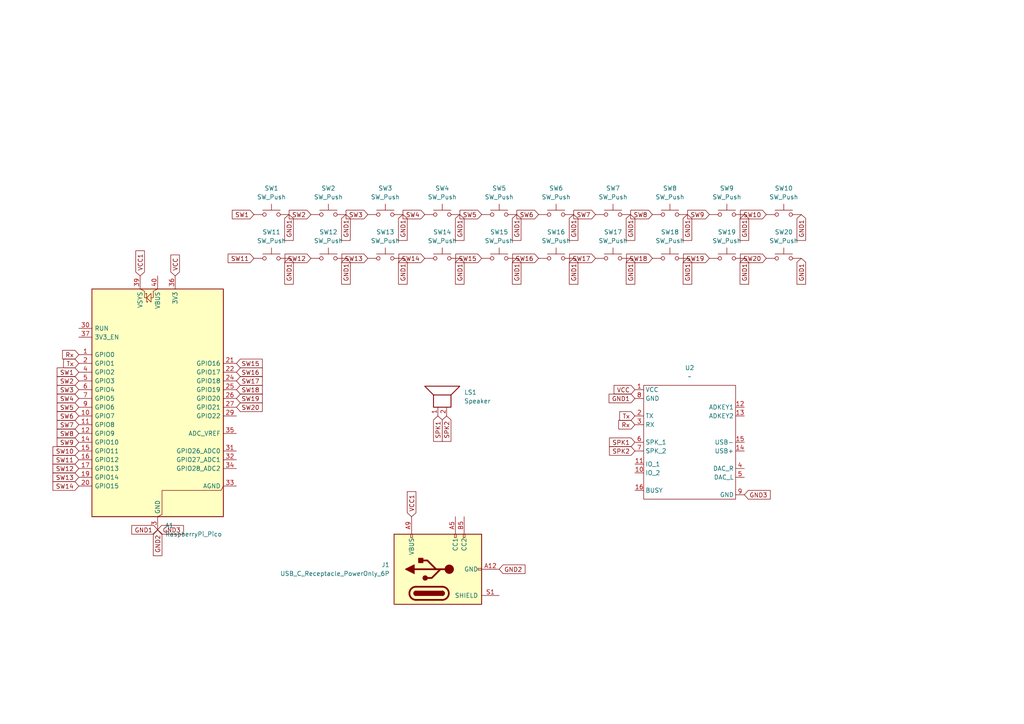
<source format=kicad_sch>
(kicad_sch
	(version 20250114)
	(generator "eeschema")
	(generator_version "9.0")
	(uuid "34e61cd7-d81e-4b28-b249-c97d2bd162ac")
	(paper "A4")
	(lib_symbols
		(symbol "Connector:USB_C_Receptacle_PowerOnly_6P"
			(pin_names
				(offset 1.016)
			)
			(exclude_from_sim no)
			(in_bom yes)
			(on_board yes)
			(property "Reference" "J"
				(at 0 16.51 0)
				(effects
					(font
						(size 1.27 1.27)
					)
					(justify bottom)
				)
			)
			(property "Value" "USB_C_Receptacle_PowerOnly_6P"
				(at 0 13.97 0)
				(effects
					(font
						(size 1.27 1.27)
					)
					(justify bottom)
				)
			)
			(property "Footprint" ""
				(at 3.81 2.54 0)
				(effects
					(font
						(size 1.27 1.27)
					)
					(hide yes)
				)
			)
			(property "Datasheet" "https://www.usb.org/sites/default/files/documents/usb_type-c.zip"
				(at 0 0 0)
				(effects
					(font
						(size 1.27 1.27)
					)
					(hide yes)
				)
			)
			(property "Description" "USB Power-Only 6P Type-C Receptacle connector"
				(at 0 0 0)
				(effects
					(font
						(size 1.27 1.27)
					)
					(hide yes)
				)
			)
			(property "ki_keywords" "usb universal serial bus type-C power-only charging-only 6P 6C"
				(at 0 0 0)
				(effects
					(font
						(size 1.27 1.27)
					)
					(hide yes)
				)
			)
			(property "ki_fp_filters" "USB*C*Receptacle*"
				(at 0 0 0)
				(effects
					(font
						(size 1.27 1.27)
					)
					(hide yes)
				)
			)
			(symbol "USB_C_Receptacle_PowerOnly_6P_0_0"
				(rectangle
					(start -0.254 -12.7)
					(end 0.254 -11.684)
					(stroke
						(width 0)
						(type default)
					)
					(fill
						(type none)
					)
				)
				(rectangle
					(start 10.16 7.874)
					(end 9.144 7.366)
					(stroke
						(width 0)
						(type default)
					)
					(fill
						(type none)
					)
				)
				(rectangle
					(start 10.16 -4.826)
					(end 9.144 -5.334)
					(stroke
						(width 0)
						(type default)
					)
					(fill
						(type none)
					)
				)
				(rectangle
					(start 10.16 -7.366)
					(end 9.144 -7.874)
					(stroke
						(width 0)
						(type default)
					)
					(fill
						(type none)
					)
				)
			)
			(symbol "USB_C_Receptacle_PowerOnly_6P_0_1"
				(rectangle
					(start -10.16 12.7)
					(end 10.16 -12.7)
					(stroke
						(width 0.254)
						(type default)
					)
					(fill
						(type background)
					)
				)
				(polyline
					(pts
						(xy -8.89 -1.27) (xy -8.89 6.35)
					)
					(stroke
						(width 0.508)
						(type default)
					)
					(fill
						(type none)
					)
				)
				(rectangle
					(start -7.62 -1.27)
					(end -6.35 6.35)
					(stroke
						(width 0.254)
						(type default)
					)
					(fill
						(type outline)
					)
				)
				(arc
					(start -7.62 6.35)
					(mid -6.985 6.9823)
					(end -6.35 6.35)
					(stroke
						(width 0.254)
						(type default)
					)
					(fill
						(type none)
					)
				)
				(arc
					(start -7.62 6.35)
					(mid -6.985 6.9823)
					(end -6.35 6.35)
					(stroke
						(width 0.254)
						(type default)
					)
					(fill
						(type outline)
					)
				)
				(arc
					(start -8.89 6.35)
					(mid -6.985 8.2467)
					(end -5.08 6.35)
					(stroke
						(width 0.508)
						(type default)
					)
					(fill
						(type none)
					)
				)
				(arc
					(start -5.08 -1.27)
					(mid -6.985 -3.1667)
					(end -8.89 -1.27)
					(stroke
						(width 0.508)
						(type default)
					)
					(fill
						(type none)
					)
				)
				(arc
					(start -6.35 -1.27)
					(mid -6.985 -1.9023)
					(end -7.62 -1.27)
					(stroke
						(width 0.254)
						(type default)
					)
					(fill
						(type none)
					)
				)
				(arc
					(start -6.35 -1.27)
					(mid -6.985 -1.9023)
					(end -7.62 -1.27)
					(stroke
						(width 0.254)
						(type default)
					)
					(fill
						(type outline)
					)
				)
				(polyline
					(pts
						(xy -5.08 6.35) (xy -5.08 -1.27)
					)
					(stroke
						(width 0.508)
						(type default)
					)
					(fill
						(type none)
					)
				)
				(circle
					(center -2.54 3.683)
					(radius 0.635)
					(stroke
						(width 0.254)
						(type default)
					)
					(fill
						(type outline)
					)
				)
				(polyline
					(pts
						(xy -1.27 6.858) (xy 0 9.398) (xy 1.27 6.858) (xy -1.27 6.858)
					)
					(stroke
						(width 0.254)
						(type default)
					)
					(fill
						(type outline)
					)
				)
				(polyline
					(pts
						(xy 0 0.508) (xy 2.54 3.048) (xy 2.54 4.318)
					)
					(stroke
						(width 0.508)
						(type default)
					)
					(fill
						(type none)
					)
				)
				(polyline
					(pts
						(xy 0 -0.762) (xy -2.54 1.778) (xy -2.54 3.048)
					)
					(stroke
						(width 0.508)
						(type default)
					)
					(fill
						(type none)
					)
				)
				(polyline
					(pts
						(xy 0 -3.302) (xy 0 6.858)
					)
					(stroke
						(width 0.508)
						(type default)
					)
					(fill
						(type none)
					)
				)
				(circle
					(center 0 -3.302)
					(radius 1.27)
					(stroke
						(width 0)
						(type default)
					)
					(fill
						(type outline)
					)
				)
				(rectangle
					(start 1.905 4.318)
					(end 3.175 5.588)
					(stroke
						(width 0.254)
						(type default)
					)
					(fill
						(type outline)
					)
				)
			)
			(symbol "USB_C_Receptacle_PowerOnly_6P_1_1"
				(pin passive line
					(at -7.62 -17.78 90)
					(length 5.08)
					(name "SHIELD"
						(effects
							(font
								(size 1.27 1.27)
							)
						)
					)
					(number "S1"
						(effects
							(font
								(size 1.27 1.27)
							)
						)
					)
				)
				(pin passive line
					(at 0 -17.78 90)
					(length 5.08)
					(name "GND"
						(effects
							(font
								(size 1.27 1.27)
							)
						)
					)
					(number "A12"
						(effects
							(font
								(size 1.27 1.27)
							)
						)
					)
				)
				(pin passive line
					(at 0 -17.78 90)
					(length 5.08)
					(hide yes)
					(name "GND"
						(effects
							(font
								(size 1.27 1.27)
							)
						)
					)
					(number "B12"
						(effects
							(font
								(size 1.27 1.27)
							)
						)
					)
				)
				(pin passive line
					(at 15.24 7.62 180)
					(length 5.08)
					(name "VBUS"
						(effects
							(font
								(size 1.27 1.27)
							)
						)
					)
					(number "A9"
						(effects
							(font
								(size 1.27 1.27)
							)
						)
					)
				)
				(pin passive line
					(at 15.24 7.62 180)
					(length 5.08)
					(hide yes)
					(name "VBUS"
						(effects
							(font
								(size 1.27 1.27)
							)
						)
					)
					(number "B9"
						(effects
							(font
								(size 1.27 1.27)
							)
						)
					)
				)
				(pin bidirectional line
					(at 15.24 -5.08 180)
					(length 5.08)
					(name "CC1"
						(effects
							(font
								(size 1.27 1.27)
							)
						)
					)
					(number "A5"
						(effects
							(font
								(size 1.27 1.27)
							)
						)
					)
				)
				(pin bidirectional line
					(at 15.24 -7.62 180)
					(length 5.08)
					(name "CC2"
						(effects
							(font
								(size 1.27 1.27)
							)
						)
					)
					(number "B5"
						(effects
							(font
								(size 1.27 1.27)
							)
						)
					)
				)
			)
			(embedded_fonts no)
		)
		(symbol "DFPlayer_Mini:DFPlayerMini"
			(exclude_from_sim no)
			(in_bom yes)
			(on_board yes)
			(property "Reference" "U"
				(at 0 0 0)
				(effects
					(font
						(size 1.27 1.27)
					)
				)
			)
			(property "Value" ""
				(at 0 3.81 0)
				(effects
					(font
						(size 1.27 1.27)
					)
				)
			)
			(property "Footprint" ""
				(at 0 3.81 0)
				(effects
					(font
						(size 1.27 1.27)
					)
					(hide yes)
				)
			)
			(property "Datasheet" ""
				(at 0 3.81 0)
				(effects
					(font
						(size 1.27 1.27)
					)
					(hide yes)
				)
			)
			(property "Description" ""
				(at 0 3.81 0)
				(effects
					(font
						(size 1.27 1.27)
					)
					(hide yes)
				)
			)
			(symbol "DFPlayerMini_0_1"
				(rectangle
					(start -13.97 17.78)
					(end 12.7 -15.24)
					(stroke
						(width 0)
						(type default)
					)
					(fill
						(type none)
					)
				)
			)
			(symbol "DFPlayerMini_1_1"
				(pin power_in line
					(at -16.51 16.51 0)
					(length 2.54)
					(name "VCC"
						(effects
							(font
								(size 1.27 1.27)
							)
						)
					)
					(number "1"
						(effects
							(font
								(size 1.27 1.27)
							)
						)
					)
				)
				(pin power_in line
					(at -16.51 13.97 0)
					(length 2.54)
					(name "GND"
						(effects
							(font
								(size 1.27 1.27)
							)
						)
					)
					(number "8"
						(effects
							(font
								(size 1.27 1.27)
							)
						)
					)
				)
				(pin output line
					(at -16.51 8.89 0)
					(length 2.54)
					(name "TX"
						(effects
							(font
								(size 1.27 1.27)
							)
						)
					)
					(number "2"
						(effects
							(font
								(size 1.27 1.27)
							)
						)
					)
				)
				(pin input line
					(at -16.51 6.35 0)
					(length 2.54)
					(name "RX"
						(effects
							(font
								(size 1.27 1.27)
							)
						)
					)
					(number "3"
						(effects
							(font
								(size 1.27 1.27)
							)
						)
					)
				)
				(pin output line
					(at -16.51 1.27 0)
					(length 2.54)
					(name "SPK_1"
						(effects
							(font
								(size 1.27 1.27)
							)
						)
					)
					(number "6"
						(effects
							(font
								(size 1.27 1.27)
							)
						)
					)
				)
				(pin output line
					(at -16.51 -1.27 0)
					(length 2.54)
					(name "SPK_2"
						(effects
							(font
								(size 1.27 1.27)
							)
						)
					)
					(number "7"
						(effects
							(font
								(size 1.27 1.27)
							)
						)
					)
				)
				(pin bidirectional line
					(at -16.51 -5.08 0)
					(length 2.54)
					(name "IO_1"
						(effects
							(font
								(size 1.27 1.27)
							)
						)
					)
					(number "11"
						(effects
							(font
								(size 1.27 1.27)
							)
						)
					)
				)
				(pin bidirectional line
					(at -16.51 -7.62 0)
					(length 2.54)
					(name "IO_2"
						(effects
							(font
								(size 1.27 1.27)
							)
						)
					)
					(number "10"
						(effects
							(font
								(size 1.27 1.27)
							)
						)
					)
				)
				(pin output line
					(at -16.51 -12.7 0)
					(length 2.54)
					(name "BUSY"
						(effects
							(font
								(size 1.27 1.27)
							)
						)
					)
					(number "16"
						(effects
							(font
								(size 1.27 1.27)
							)
						)
					)
				)
				(pin input line
					(at 15.24 11.43 180)
					(length 2.54)
					(name "ADKEY1"
						(effects
							(font
								(size 1.27 1.27)
							)
						)
					)
					(number "12"
						(effects
							(font
								(size 1.27 1.27)
							)
						)
					)
				)
				(pin input line
					(at 15.24 8.89 180)
					(length 2.54)
					(name "ADKEY2"
						(effects
							(font
								(size 1.27 1.27)
							)
						)
					)
					(number "13"
						(effects
							(font
								(size 1.27 1.27)
							)
						)
					)
				)
				(pin bidirectional line
					(at 15.24 1.27 180)
					(length 2.54)
					(name "USB-"
						(effects
							(font
								(size 1.27 1.27)
							)
						)
					)
					(number "15"
						(effects
							(font
								(size 1.27 1.27)
							)
						)
					)
				)
				(pin input line
					(at 15.24 -1.27 180)
					(length 2.54)
					(name "USB+"
						(effects
							(font
								(size 1.27 1.27)
							)
						)
					)
					(number "14"
						(effects
							(font
								(size 1.27 1.27)
							)
						)
					)
				)
				(pin output line
					(at 15.24 -6.35 180)
					(length 2.54)
					(name "DAC_R"
						(effects
							(font
								(size 1.27 1.27)
							)
						)
					)
					(number "4"
						(effects
							(font
								(size 1.27 1.27)
							)
						)
					)
				)
				(pin output line
					(at 15.24 -8.89 180)
					(length 2.54)
					(name "DAC_L"
						(effects
							(font
								(size 1.27 1.27)
							)
						)
					)
					(number "5"
						(effects
							(font
								(size 1.27 1.27)
							)
						)
					)
				)
				(pin power_in line
					(at 15.24 -13.97 180)
					(length 2.54)
					(name "GND"
						(effects
							(font
								(size 1.27 1.27)
							)
						)
					)
					(number "9"
						(effects
							(font
								(size 1.27 1.27)
							)
						)
					)
				)
			)
			(embedded_fonts no)
		)
		(symbol "Device:Speaker"
			(pin_names
				(offset 0)
				(hide yes)
			)
			(exclude_from_sim no)
			(in_bom yes)
			(on_board yes)
			(property "Reference" "LS"
				(at 1.27 5.715 0)
				(effects
					(font
						(size 1.27 1.27)
					)
					(justify right)
				)
			)
			(property "Value" "Speaker"
				(at 1.27 3.81 0)
				(effects
					(font
						(size 1.27 1.27)
					)
					(justify right)
				)
			)
			(property "Footprint" ""
				(at 0 -5.08 0)
				(effects
					(font
						(size 1.27 1.27)
					)
					(hide yes)
				)
			)
			(property "Datasheet" "~"
				(at -0.254 -1.27 0)
				(effects
					(font
						(size 1.27 1.27)
					)
					(hide yes)
				)
			)
			(property "Description" "Speaker"
				(at 0 0 0)
				(effects
					(font
						(size 1.27 1.27)
					)
					(hide yes)
				)
			)
			(property "ki_keywords" "speaker sound"
				(at 0 0 0)
				(effects
					(font
						(size 1.27 1.27)
					)
					(hide yes)
				)
			)
			(symbol "Speaker_0_0"
				(rectangle
					(start -2.54 1.27)
					(end 1.016 -3.81)
					(stroke
						(width 0.254)
						(type default)
					)
					(fill
						(type none)
					)
				)
				(polyline
					(pts
						(xy 1.016 1.27) (xy 3.556 3.81) (xy 3.556 -6.35) (xy 1.016 -3.81)
					)
					(stroke
						(width 0.254)
						(type default)
					)
					(fill
						(type none)
					)
				)
			)
			(symbol "Speaker_1_1"
				(pin input line
					(at -5.08 0 0)
					(length 2.54)
					(name "1"
						(effects
							(font
								(size 1.27 1.27)
							)
						)
					)
					(number "1"
						(effects
							(font
								(size 1.27 1.27)
							)
						)
					)
				)
				(pin input line
					(at -5.08 -2.54 0)
					(length 2.54)
					(name "2"
						(effects
							(font
								(size 1.27 1.27)
							)
						)
					)
					(number "2"
						(effects
							(font
								(size 1.27 1.27)
							)
						)
					)
				)
			)
			(embedded_fonts no)
		)
		(symbol "MCU_Module:RaspberryPi_Pico"
			(pin_names
				(offset 0.762)
			)
			(exclude_from_sim no)
			(in_bom yes)
			(on_board yes)
			(property "Reference" "A"
				(at -19.05 35.56 0)
				(effects
					(font
						(size 1.27 1.27)
					)
					(justify left)
				)
			)
			(property "Value" "RaspberryPi_Pico"
				(at 7.62 35.56 0)
				(effects
					(font
						(size 1.27 1.27)
					)
					(justify left)
				)
			)
			(property "Footprint" "Module:RaspberryPi_Pico_Common_Unspecified"
				(at 0 -46.99 0)
				(effects
					(font
						(size 1.27 1.27)
					)
					(hide yes)
				)
			)
			(property "Datasheet" "https://datasheets.raspberrypi.com/pico/pico-datasheet.pdf"
				(at 0 -49.53 0)
				(effects
					(font
						(size 1.27 1.27)
					)
					(hide yes)
				)
			)
			(property "Description" "Versatile and inexpensive microcontroller module powered by RP2040 dual-core Arm Cortex-M0+ processor up to 133 MHz, 264kB SRAM, 2MB QSPI flash; also supports Raspberry Pi Pico 2"
				(at 0 -52.07 0)
				(effects
					(font
						(size 1.27 1.27)
					)
					(hide yes)
				)
			)
			(property "ki_keywords" "RP2350A M33 RISC-V Hazard3 usb"
				(at 0 0 0)
				(effects
					(font
						(size 1.27 1.27)
					)
					(hide yes)
				)
			)
			(property "ki_fp_filters" "RaspberryPi?Pico?Common* RaspberryPi?Pico?SMD*"
				(at 0 0 0)
				(effects
					(font
						(size 1.27 1.27)
					)
					(hide yes)
				)
			)
			(symbol "RaspberryPi_Pico_0_1"
				(rectangle
					(start -19.05 34.29)
					(end 19.05 -31.75)
					(stroke
						(width 0.254)
						(type default)
					)
					(fill
						(type background)
					)
				)
				(polyline
					(pts
						(xy -5.08 34.29) (xy -3.81 33.655) (xy -3.81 31.75) (xy -3.175 31.75)
					)
					(stroke
						(width 0)
						(type default)
					)
					(fill
						(type none)
					)
				)
				(polyline
					(pts
						(xy -3.429 32.766) (xy -3.429 33.02) (xy -3.175 33.02) (xy -3.175 30.48) (xy -2.921 30.48) (xy -2.921 30.734)
					)
					(stroke
						(width 0)
						(type default)
					)
					(fill
						(type none)
					)
				)
				(polyline
					(pts
						(xy -3.175 31.75) (xy -1.905 33.02) (xy -1.905 30.48) (xy -3.175 31.75)
					)
					(stroke
						(width 0)
						(type default)
					)
					(fill
						(type none)
					)
				)
				(polyline
					(pts
						(xy 0 34.29) (xy -1.27 33.655) (xy -1.27 31.75) (xy -1.905 31.75)
					)
					(stroke
						(width 0)
						(type default)
					)
					(fill
						(type none)
					)
				)
				(polyline
					(pts
						(xy 0 -31.75) (xy 1.27 -31.115) (xy 1.27 -24.13) (xy 18.415 -24.13) (xy 19.05 -22.86)
					)
					(stroke
						(width 0)
						(type default)
					)
					(fill
						(type none)
					)
				)
			)
			(symbol "RaspberryPi_Pico_1_1"
				(pin passive line
					(at -22.86 22.86 0)
					(length 3.81)
					(name "RUN"
						(effects
							(font
								(size 1.27 1.27)
							)
						)
					)
					(number "30"
						(effects
							(font
								(size 1.27 1.27)
							)
						)
					)
					(alternate "~{RESET}" passive line)
				)
				(pin passive line
					(at -22.86 20.32 0)
					(length 3.81)
					(name "3V3_EN"
						(effects
							(font
								(size 1.27 1.27)
							)
						)
					)
					(number "37"
						(effects
							(font
								(size 1.27 1.27)
							)
						)
					)
					(alternate "~{3V3_DISABLE}" passive line)
				)
				(pin bidirectional line
					(at -22.86 15.24 0)
					(length 3.81)
					(name "GPIO0"
						(effects
							(font
								(size 1.27 1.27)
							)
						)
					)
					(number "1"
						(effects
							(font
								(size 1.27 1.27)
							)
						)
					)
					(alternate "I2C0_SDA" bidirectional line)
					(alternate "PWM0_A" output line)
					(alternate "SPI0_RX" input line)
					(alternate "UART0_TX" output line)
					(alternate "USB_OVCUR_DET" input line)
				)
				(pin bidirectional line
					(at -22.86 12.7 0)
					(length 3.81)
					(name "GPIO1"
						(effects
							(font
								(size 1.27 1.27)
							)
						)
					)
					(number "2"
						(effects
							(font
								(size 1.27 1.27)
							)
						)
					)
					(alternate "I2C0_SCL" bidirectional clock)
					(alternate "PWM0_B" bidirectional line)
					(alternate "UART0_RX" input line)
					(alternate "USB_VBUS_DET" passive line)
					(alternate "~{SPI0_CSn}" bidirectional line)
				)
				(pin bidirectional line
					(at -22.86 10.16 0)
					(length 3.81)
					(name "GPIO2"
						(effects
							(font
								(size 1.27 1.27)
							)
						)
					)
					(number "4"
						(effects
							(font
								(size 1.27 1.27)
							)
						)
					)
					(alternate "I2C1_SDA" bidirectional line)
					(alternate "PWM1_A" output line)
					(alternate "SPI0_SCK" bidirectional clock)
					(alternate "UART0_CTS" input line)
					(alternate "USB_VBUS_EN" output line)
				)
				(pin bidirectional line
					(at -22.86 7.62 0)
					(length 3.81)
					(name "GPIO3"
						(effects
							(font
								(size 1.27 1.27)
							)
						)
					)
					(number "5"
						(effects
							(font
								(size 1.27 1.27)
							)
						)
					)
					(alternate "I2C1_SCL" bidirectional clock)
					(alternate "PWM1_B" bidirectional line)
					(alternate "SPI0_TX" output line)
					(alternate "UART0_RTS" output line)
					(alternate "USB_OVCUR_DET" input line)
				)
				(pin bidirectional line
					(at -22.86 5.08 0)
					(length 3.81)
					(name "GPIO4"
						(effects
							(font
								(size 1.27 1.27)
							)
						)
					)
					(number "6"
						(effects
							(font
								(size 1.27 1.27)
							)
						)
					)
					(alternate "I2C0_SDA" bidirectional line)
					(alternate "PWM2_A" output line)
					(alternate "SPI0_RX" input line)
					(alternate "UART1_TX" output line)
					(alternate "USB_VBUS_DET" input line)
				)
				(pin bidirectional line
					(at -22.86 2.54 0)
					(length 3.81)
					(name "GPIO5"
						(effects
							(font
								(size 1.27 1.27)
							)
						)
					)
					(number "7"
						(effects
							(font
								(size 1.27 1.27)
							)
						)
					)
					(alternate "I2C0_SCL" bidirectional clock)
					(alternate "PWM2_B" bidirectional line)
					(alternate "UART1_RX" input line)
					(alternate "USB_VBUS_EN" output line)
					(alternate "~{SPI0_CSn}" bidirectional line)
				)
				(pin bidirectional line
					(at -22.86 0 0)
					(length 3.81)
					(name "GPIO6"
						(effects
							(font
								(size 1.27 1.27)
							)
						)
					)
					(number "9"
						(effects
							(font
								(size 1.27 1.27)
							)
						)
					)
					(alternate "I2C1_SDA" bidirectional line)
					(alternate "PWM3_A" output line)
					(alternate "SPI0_SCK" bidirectional clock)
					(alternate "UART1_CTS" input line)
					(alternate "USB_OVCUR_DET" input line)
				)
				(pin bidirectional line
					(at -22.86 -2.54 0)
					(length 3.81)
					(name "GPIO7"
						(effects
							(font
								(size 1.27 1.27)
							)
						)
					)
					(number "10"
						(effects
							(font
								(size 1.27 1.27)
							)
						)
					)
					(alternate "I2C1_SCL" bidirectional clock)
					(alternate "PWM3_B" bidirectional line)
					(alternate "SPI0_TX" output line)
					(alternate "UART1_RTS" output line)
					(alternate "USB_VBUS_DET" input line)
				)
				(pin bidirectional line
					(at -22.86 -5.08 0)
					(length 3.81)
					(name "GPIO8"
						(effects
							(font
								(size 1.27 1.27)
							)
						)
					)
					(number "11"
						(effects
							(font
								(size 1.27 1.27)
							)
						)
					)
					(alternate "I2C0_SDA" bidirectional line)
					(alternate "PWM4_A" output line)
					(alternate "SPI1_RX" input line)
					(alternate "UART1_TX" output line)
					(alternate "USB_VBUS_EN" output line)
				)
				(pin bidirectional line
					(at -22.86 -7.62 0)
					(length 3.81)
					(name "GPIO9"
						(effects
							(font
								(size 1.27 1.27)
							)
						)
					)
					(number "12"
						(effects
							(font
								(size 1.27 1.27)
							)
						)
					)
					(alternate "I2C0_SCL" bidirectional clock)
					(alternate "PWM4_B" bidirectional line)
					(alternate "UART1_RX" input line)
					(alternate "USB_OVCUR_DET" input line)
					(alternate "~{SPI1_CSn}" bidirectional line)
				)
				(pin bidirectional line
					(at -22.86 -10.16 0)
					(length 3.81)
					(name "GPIO10"
						(effects
							(font
								(size 1.27 1.27)
							)
						)
					)
					(number "14"
						(effects
							(font
								(size 1.27 1.27)
							)
						)
					)
					(alternate "I2C1_SDA" bidirectional line)
					(alternate "PWM5_A" output line)
					(alternate "SPI1_SCK" bidirectional clock)
					(alternate "UART1_CTS" input line)
					(alternate "USB_VBUS_DET" input line)
				)
				(pin bidirectional line
					(at -22.86 -12.7 0)
					(length 3.81)
					(name "GPIO11"
						(effects
							(font
								(size 1.27 1.27)
							)
						)
					)
					(number "15"
						(effects
							(font
								(size 1.27 1.27)
							)
						)
					)
					(alternate "I2C1_SCL" bidirectional clock)
					(alternate "PWM5_B" bidirectional line)
					(alternate "SPI1_TX" output line)
					(alternate "UART1_RTS" output line)
					(alternate "USB_VBUS_EN" output line)
				)
				(pin bidirectional line
					(at -22.86 -15.24 0)
					(length 3.81)
					(name "GPIO12"
						(effects
							(font
								(size 1.27 1.27)
							)
						)
					)
					(number "16"
						(effects
							(font
								(size 1.27 1.27)
							)
						)
					)
					(alternate "I2C0_SDA" bidirectional line)
					(alternate "PWM6_A" output line)
					(alternate "SPI1_RX" input line)
					(alternate "UART0_TX" output line)
					(alternate "USB_OVCUR_DET" input line)
				)
				(pin bidirectional line
					(at -22.86 -17.78 0)
					(length 3.81)
					(name "GPIO13"
						(effects
							(font
								(size 1.27 1.27)
							)
						)
					)
					(number "17"
						(effects
							(font
								(size 1.27 1.27)
							)
						)
					)
					(alternate "I2C0_SCL" bidirectional clock)
					(alternate "PWM6_B" bidirectional line)
					(alternate "UART0_RX" input line)
					(alternate "USB_VBUS_DET" input line)
					(alternate "~{SPI1_CSn}" bidirectional line)
				)
				(pin bidirectional line
					(at -22.86 -20.32 0)
					(length 3.81)
					(name "GPIO14"
						(effects
							(font
								(size 1.27 1.27)
							)
						)
					)
					(number "19"
						(effects
							(font
								(size 1.27 1.27)
							)
						)
					)
					(alternate "I2C1_SDA" bidirectional line)
					(alternate "PWM7_A" output line)
					(alternate "SPI1_SCK" bidirectional clock)
					(alternate "UART0_CTS" input line)
					(alternate "USB_VBUS_EN" output line)
				)
				(pin bidirectional line
					(at -22.86 -22.86 0)
					(length 3.81)
					(name "GPIO15"
						(effects
							(font
								(size 1.27 1.27)
							)
						)
					)
					(number "20"
						(effects
							(font
								(size 1.27 1.27)
							)
						)
					)
					(alternate "I2C1_SCL" bidirectional clock)
					(alternate "PWM7_B" bidirectional line)
					(alternate "SPI1_TX" output line)
					(alternate "UART0_RTS" output line)
					(alternate "USB_OVCUR_DET" input line)
				)
				(pin power_in line
					(at -5.08 38.1 270)
					(length 3.81)
					(name "VSYS"
						(effects
							(font
								(size 1.27 1.27)
							)
						)
					)
					(number "39"
						(effects
							(font
								(size 1.27 1.27)
							)
						)
					)
					(alternate "VSYS_OUT" power_out line)
				)
				(pin power_out line
					(at 0 38.1 270)
					(length 3.81)
					(name "VBUS"
						(effects
							(font
								(size 1.27 1.27)
							)
						)
					)
					(number "40"
						(effects
							(font
								(size 1.27 1.27)
							)
						)
					)
					(alternate "VBUS_IN" power_in line)
				)
				(pin passive line
					(at 0 -35.56 90)
					(length 3.81)
					(hide yes)
					(name "GND"
						(effects
							(font
								(size 1.27 1.27)
							)
						)
					)
					(number "13"
						(effects
							(font
								(size 1.27 1.27)
							)
						)
					)
				)
				(pin passive line
					(at 0 -35.56 90)
					(length 3.81)
					(hide yes)
					(name "GND"
						(effects
							(font
								(size 1.27 1.27)
							)
						)
					)
					(number "18"
						(effects
							(font
								(size 1.27 1.27)
							)
						)
					)
				)
				(pin passive line
					(at 0 -35.56 90)
					(length 3.81)
					(hide yes)
					(name "GND"
						(effects
							(font
								(size 1.27 1.27)
							)
						)
					)
					(number "23"
						(effects
							(font
								(size 1.27 1.27)
							)
						)
					)
				)
				(pin passive line
					(at 0 -35.56 90)
					(length 3.81)
					(hide yes)
					(name "GND"
						(effects
							(font
								(size 1.27 1.27)
							)
						)
					)
					(number "28"
						(effects
							(font
								(size 1.27 1.27)
							)
						)
					)
				)
				(pin power_out line
					(at 0 -35.56 90)
					(length 3.81)
					(name "GND"
						(effects
							(font
								(size 1.27 1.27)
							)
						)
					)
					(number "3"
						(effects
							(font
								(size 1.27 1.27)
							)
						)
					)
					(alternate "GND_IN" power_in line)
				)
				(pin passive line
					(at 0 -35.56 90)
					(length 3.81)
					(hide yes)
					(name "GND"
						(effects
							(font
								(size 1.27 1.27)
							)
						)
					)
					(number "38"
						(effects
							(font
								(size 1.27 1.27)
							)
						)
					)
				)
				(pin passive line
					(at 0 -35.56 90)
					(length 3.81)
					(hide yes)
					(name "GND"
						(effects
							(font
								(size 1.27 1.27)
							)
						)
					)
					(number "8"
						(effects
							(font
								(size 1.27 1.27)
							)
						)
					)
				)
				(pin power_out line
					(at 5.08 38.1 270)
					(length 3.81)
					(name "3V3"
						(effects
							(font
								(size 1.27 1.27)
							)
						)
					)
					(number "36"
						(effects
							(font
								(size 1.27 1.27)
							)
						)
					)
				)
				(pin bidirectional line
					(at 22.86 12.7 180)
					(length 3.81)
					(name "GPIO16"
						(effects
							(font
								(size 1.27 1.27)
							)
						)
					)
					(number "21"
						(effects
							(font
								(size 1.27 1.27)
							)
						)
					)
					(alternate "I2C0_SDA" bidirectional line)
					(alternate "PWM0_A" output line)
					(alternate "SPI0_RX" input line)
					(alternate "UART0_TX" output line)
					(alternate "USB_VBUS_DET" input line)
				)
				(pin bidirectional line
					(at 22.86 10.16 180)
					(length 3.81)
					(name "GPIO17"
						(effects
							(font
								(size 1.27 1.27)
							)
						)
					)
					(number "22"
						(effects
							(font
								(size 1.27 1.27)
							)
						)
					)
					(alternate "I2C0_SCL" bidirectional clock)
					(alternate "PWM0_B" bidirectional line)
					(alternate "UART0_RX" input line)
					(alternate "USB_VBUS_EN" output line)
					(alternate "~{SPI0_CSn}" bidirectional line)
				)
				(pin bidirectional line
					(at 22.86 7.62 180)
					(length 3.81)
					(name "GPIO18"
						(effects
							(font
								(size 1.27 1.27)
							)
						)
					)
					(number "24"
						(effects
							(font
								(size 1.27 1.27)
							)
						)
					)
					(alternate "I2C1_SDA" bidirectional line)
					(alternate "PWM1_A" output line)
					(alternate "SPI0_SCK" bidirectional clock)
					(alternate "UART0_CTS" input line)
					(alternate "USB_OVCUR_DET" input line)
				)
				(pin bidirectional line
					(at 22.86 5.08 180)
					(length 3.81)
					(name "GPIO19"
						(effects
							(font
								(size 1.27 1.27)
							)
						)
					)
					(number "25"
						(effects
							(font
								(size 1.27 1.27)
							)
						)
					)
					(alternate "I2C1_SCL" bidirectional clock)
					(alternate "PWM1_B" bidirectional line)
					(alternate "SPI0_TX" output line)
					(alternate "UART0_RTS" output line)
					(alternate "USB_VBUS_DET" input line)
				)
				(pin bidirectional line
					(at 22.86 2.54 180)
					(length 3.81)
					(name "GPIO20"
						(effects
							(font
								(size 1.27 1.27)
							)
						)
					)
					(number "26"
						(effects
							(font
								(size 1.27 1.27)
							)
						)
					)
					(alternate "CLOCK_GPIN0" input clock)
					(alternate "I2C0_SDA" bidirectional line)
					(alternate "PWM2_A" output line)
					(alternate "SPI0_RX" input line)
					(alternate "UART1_TX" output line)
					(alternate "USB_VBUS_EN" output line)
				)
				(pin bidirectional line
					(at 22.86 0 180)
					(length 3.81)
					(name "GPIO21"
						(effects
							(font
								(size 1.27 1.27)
							)
						)
					)
					(number "27"
						(effects
							(font
								(size 1.27 1.27)
							)
						)
					)
					(alternate "CLOCK_GPOUT0" output clock)
					(alternate "I2C0_SCL" bidirectional clock)
					(alternate "PWM2_B" bidirectional line)
					(alternate "UART1_RX" input line)
					(alternate "USB_OVCUR_DET" input line)
					(alternate "~{SPI0_CSn}" bidirectional line)
				)
				(pin bidirectional line
					(at 22.86 -2.54 180)
					(length 3.81)
					(name "GPIO22"
						(effects
							(font
								(size 1.27 1.27)
							)
						)
					)
					(number "29"
						(effects
							(font
								(size 1.27 1.27)
							)
						)
					)
					(alternate "CLOCK_GPIN1" input clock)
					(alternate "I2C1_SDA" bidirectional line)
					(alternate "PWM3_A" output line)
					(alternate "SPI0_SCK" bidirectional clock)
					(alternate "UART1_CTS" input line)
					(alternate "USB_VBUS_DET" input line)
				)
				(pin power_in line
					(at 22.86 -7.62 180)
					(length 3.81)
					(name "ADC_VREF"
						(effects
							(font
								(size 1.27 1.27)
							)
						)
					)
					(number "35"
						(effects
							(font
								(size 1.27 1.27)
							)
						)
					)
				)
				(pin bidirectional line
					(at 22.86 -12.7 180)
					(length 3.81)
					(name "GPIO26_ADC0"
						(effects
							(font
								(size 1.27 1.27)
							)
						)
					)
					(number "31"
						(effects
							(font
								(size 1.27 1.27)
							)
						)
					)
					(alternate "ADC0" input line)
					(alternate "GPIO26" bidirectional line)
					(alternate "I2C1_SDA" bidirectional line)
					(alternate "PWM5_A" output line)
					(alternate "SPI1_SCK" bidirectional clock)
					(alternate "UART1_CTS" input line)
					(alternate "USB_VBUS_EN" output line)
				)
				(pin bidirectional line
					(at 22.86 -15.24 180)
					(length 3.81)
					(name "GPIO27_ADC1"
						(effects
							(font
								(size 1.27 1.27)
							)
						)
					)
					(number "32"
						(effects
							(font
								(size 1.27 1.27)
							)
						)
					)
					(alternate "ADC1" input line)
					(alternate "GPIO27" bidirectional line)
					(alternate "I2C1_SCL" bidirectional clock)
					(alternate "PWM5_B" bidirectional line)
					(alternate "SPI1_TX" output line)
					(alternate "UART1_RTS" output line)
					(alternate "USB_OVCUR_DET" input line)
				)
				(pin bidirectional line
					(at 22.86 -17.78 180)
					(length 3.81)
					(name "GPIO28_ADC2"
						(effects
							(font
								(size 1.27 1.27)
							)
						)
					)
					(number "34"
						(effects
							(font
								(size 1.27 1.27)
							)
						)
					)
					(alternate "ADC2" input line)
					(alternate "GPIO28" bidirectional line)
					(alternate "I2C0_SDA" bidirectional line)
					(alternate "PWM6_A" output line)
					(alternate "SPI1_RX" input line)
					(alternate "UART0_TX" output line)
					(alternate "USB_VBUS_DET" input line)
				)
				(pin power_out line
					(at 22.86 -22.86 180)
					(length 3.81)
					(name "AGND"
						(effects
							(font
								(size 1.27 1.27)
							)
						)
					)
					(number "33"
						(effects
							(font
								(size 1.27 1.27)
							)
						)
					)
					(alternate "GND" passive line)
				)
			)
			(embedded_fonts no)
		)
		(symbol "Switch:SW_Push"
			(pin_numbers
				(hide yes)
			)
			(pin_names
				(offset 1.016)
				(hide yes)
			)
			(exclude_from_sim no)
			(in_bom yes)
			(on_board yes)
			(property "Reference" "SW"
				(at 1.27 2.54 0)
				(effects
					(font
						(size 1.27 1.27)
					)
					(justify left)
				)
			)
			(property "Value" "SW_Push"
				(at 0 -1.524 0)
				(effects
					(font
						(size 1.27 1.27)
					)
				)
			)
			(property "Footprint" ""
				(at 0 5.08 0)
				(effects
					(font
						(size 1.27 1.27)
					)
					(hide yes)
				)
			)
			(property "Datasheet" "~"
				(at 0 5.08 0)
				(effects
					(font
						(size 1.27 1.27)
					)
					(hide yes)
				)
			)
			(property "Description" "Push button switch, generic, two pins"
				(at 0 0 0)
				(effects
					(font
						(size 1.27 1.27)
					)
					(hide yes)
				)
			)
			(property "ki_keywords" "switch normally-open pushbutton push-button"
				(at 0 0 0)
				(effects
					(font
						(size 1.27 1.27)
					)
					(hide yes)
				)
			)
			(symbol "SW_Push_0_1"
				(circle
					(center -2.032 0)
					(radius 0.508)
					(stroke
						(width 0)
						(type default)
					)
					(fill
						(type none)
					)
				)
				(polyline
					(pts
						(xy 0 1.27) (xy 0 3.048)
					)
					(stroke
						(width 0)
						(type default)
					)
					(fill
						(type none)
					)
				)
				(circle
					(center 2.032 0)
					(radius 0.508)
					(stroke
						(width 0)
						(type default)
					)
					(fill
						(type none)
					)
				)
				(polyline
					(pts
						(xy 2.54 1.27) (xy -2.54 1.27)
					)
					(stroke
						(width 0)
						(type default)
					)
					(fill
						(type none)
					)
				)
				(pin passive line
					(at -5.08 0 0)
					(length 2.54)
					(name "1"
						(effects
							(font
								(size 1.27 1.27)
							)
						)
					)
					(number "1"
						(effects
							(font
								(size 1.27 1.27)
							)
						)
					)
				)
				(pin passive line
					(at 5.08 0 180)
					(length 2.54)
					(name "2"
						(effects
							(font
								(size 1.27 1.27)
							)
						)
					)
					(number "2"
						(effects
							(font
								(size 1.27 1.27)
							)
						)
					)
				)
			)
			(embedded_fonts no)
		)
	)
	(global_label "SW8"
		(shape input)
		(at 189.23 62.23 180)
		(fields_autoplaced yes)
		(effects
			(font
				(size 1.27 1.27)
			)
			(justify right)
		)
		(uuid "0290ac32-f8f5-427d-824b-fceb1adff651")
		(property "Intersheetrefs" "${INTERSHEET_REFS}"
			(at 182.3744 62.23 0)
			(effects
				(font
					(size 1.27 1.27)
				)
				(justify right)
				(hide yes)
			)
		)
	)
	(global_label "GND1"
		(shape input)
		(at 232.41 62.23 270)
		(fields_autoplaced yes)
		(effects
			(font
				(size 1.27 1.27)
			)
			(justify right)
		)
		(uuid "07bef1e0-b10b-4451-b5bb-2eb6aacfd0c0")
		(property "Intersheetrefs" "${INTERSHEET_REFS}"
			(at 232.41 70.2952 90)
			(effects
				(font
					(size 1.27 1.27)
				)
				(justify right)
				(hide yes)
			)
		)
	)
	(global_label "SW10"
		(shape input)
		(at 22.86 130.81 180)
		(fields_autoplaced yes)
		(effects
			(font
				(size 1.27 1.27)
			)
			(justify right)
		)
		(uuid "0bd8d335-c4c3-4770-9023-f615a25ca1d0")
		(property "Intersheetrefs" "${INTERSHEET_REFS}"
			(at 14.7949 130.81 0)
			(effects
				(font
					(size 1.27 1.27)
				)
				(justify right)
				(hide yes)
			)
		)
	)
	(global_label "SW19"
		(shape input)
		(at 68.58 115.57 0)
		(fields_autoplaced yes)
		(effects
			(font
				(size 1.27 1.27)
			)
			(justify left)
		)
		(uuid "0e0dd850-8ac9-4e4f-b8b7-51c91ca666b6")
		(property "Intersheetrefs" "${INTERSHEET_REFS}"
			(at 76.6451 115.57 0)
			(effects
				(font
					(size 1.27 1.27)
				)
				(justify left)
				(hide yes)
			)
		)
	)
	(global_label "GND1"
		(shape input)
		(at 215.9 62.23 270)
		(fields_autoplaced yes)
		(effects
			(font
				(size 1.27 1.27)
			)
			(justify right)
		)
		(uuid "0ee364b9-3236-4154-9b2f-4699e74614b3")
		(property "Intersheetrefs" "${INTERSHEET_REFS}"
			(at 215.9 70.2952 90)
			(effects
				(font
					(size 1.27 1.27)
				)
				(justify right)
				(hide yes)
			)
		)
	)
	(global_label "SW17"
		(shape input)
		(at 172.72 74.93 180)
		(fields_autoplaced yes)
		(effects
			(font
				(size 1.27 1.27)
			)
			(justify right)
		)
		(uuid "12da71a0-e911-44a8-85ff-7971846710ec")
		(property "Intersheetrefs" "${INTERSHEET_REFS}"
			(at 164.6549 74.93 0)
			(effects
				(font
					(size 1.27 1.27)
				)
				(justify right)
				(hide yes)
			)
		)
	)
	(global_label "GND1"
		(shape input)
		(at 149.86 62.23 270)
		(fields_autoplaced yes)
		(effects
			(font
				(size 1.27 1.27)
			)
			(justify right)
		)
		(uuid "14035370-774c-4a87-976a-ed936c99175d")
		(property "Intersheetrefs" "${INTERSHEET_REFS}"
			(at 149.86 70.2952 90)
			(effects
				(font
					(size 1.27 1.27)
				)
				(justify right)
				(hide yes)
			)
		)
	)
	(global_label "SW12"
		(shape input)
		(at 22.86 135.89 180)
		(fields_autoplaced yes)
		(effects
			(font
				(size 1.27 1.27)
			)
			(justify right)
		)
		(uuid "15cf3daa-37a2-40df-9092-8e082e779ad1")
		(property "Intersheetrefs" "${INTERSHEET_REFS}"
			(at 14.7949 135.89 0)
			(effects
				(font
					(size 1.27 1.27)
				)
				(justify right)
				(hide yes)
			)
		)
	)
	(global_label "SW17"
		(shape input)
		(at 68.58 110.49 0)
		(fields_autoplaced yes)
		(effects
			(font
				(size 1.27 1.27)
			)
			(justify left)
		)
		(uuid "160fecde-ce32-4365-bf17-8d3864228383")
		(property "Intersheetrefs" "${INTERSHEET_REFS}"
			(at 76.6451 110.49 0)
			(effects
				(font
					(size 1.27 1.27)
				)
				(justify left)
				(hide yes)
			)
		)
	)
	(global_label "SW10"
		(shape input)
		(at 222.25 62.23 180)
		(fields_autoplaced yes)
		(effects
			(font
				(size 1.27 1.27)
			)
			(justify right)
		)
		(uuid "17eb7579-3422-430e-8255-c372a77b4e40")
		(property "Intersheetrefs" "${INTERSHEET_REFS}"
			(at 214.1849 62.23 0)
			(effects
				(font
					(size 1.27 1.27)
				)
				(justify right)
				(hide yes)
			)
		)
	)
	(global_label "SW3"
		(shape input)
		(at 22.86 113.03 180)
		(fields_autoplaced yes)
		(effects
			(font
				(size 1.27 1.27)
			)
			(justify right)
		)
		(uuid "1acc0fcc-5f73-4337-a84f-9bc500076463")
		(property "Intersheetrefs" "${INTERSHEET_REFS}"
			(at 16.0044 113.03 0)
			(effects
				(font
					(size 1.27 1.27)
				)
				(justify right)
				(hide yes)
			)
		)
	)
	(global_label "SW6"
		(shape input)
		(at 22.86 120.65 180)
		(fields_autoplaced yes)
		(effects
			(font
				(size 1.27 1.27)
			)
			(justify right)
		)
		(uuid "23f1a57d-04c2-44e5-bc76-26dae6b18252")
		(property "Intersheetrefs" "${INTERSHEET_REFS}"
			(at 16.0044 120.65 0)
			(effects
				(font
					(size 1.27 1.27)
				)
				(justify right)
				(hide yes)
			)
		)
	)
	(global_label "GND1"
		(shape input)
		(at 166.37 62.23 270)
		(fields_autoplaced yes)
		(effects
			(font
				(size 1.27 1.27)
			)
			(justify right)
		)
		(uuid "2a6531f7-86b2-48a6-9586-e2e0dacbfb82")
		(property "Intersheetrefs" "${INTERSHEET_REFS}"
			(at 166.37 70.2952 90)
			(effects
				(font
					(size 1.27 1.27)
				)
				(justify right)
				(hide yes)
			)
		)
	)
	(global_label "GND1"
		(shape input)
		(at 83.82 62.23 270)
		(fields_autoplaced yes)
		(effects
			(font
				(size 1.27 1.27)
			)
			(justify right)
		)
		(uuid "2d70d9dc-48fe-4b55-b3c9-7e65a38cd321")
		(property "Intersheetrefs" "${INTERSHEET_REFS}"
			(at 83.82 70.2952 90)
			(effects
				(font
					(size 1.27 1.27)
				)
				(justify right)
				(hide yes)
			)
		)
	)
	(global_label "SW5"
		(shape input)
		(at 139.7 62.23 180)
		(fields_autoplaced yes)
		(effects
			(font
				(size 1.27 1.27)
			)
			(justify right)
		)
		(uuid "30e9fe2e-a4df-45f6-8b90-5e0fa3195467")
		(property "Intersheetrefs" "${INTERSHEET_REFS}"
			(at 132.8444 62.23 0)
			(effects
				(font
					(size 1.27 1.27)
				)
				(justify right)
				(hide yes)
			)
		)
	)
	(global_label "GND3"
		(shape input)
		(at 45.72 153.67 0)
		(fields_autoplaced yes)
		(effects
			(font
				(size 1.27 1.27)
			)
			(justify left)
		)
		(uuid "34196665-11d1-4d4b-9ebb-57eb0d6cc619")
		(property "Intersheetrefs" "${INTERSHEET_REFS}"
			(at 53.7852 153.67 0)
			(effects
				(font
					(size 1.27 1.27)
				)
				(justify left)
				(hide yes)
			)
		)
	)
	(global_label "GND1"
		(shape input)
		(at 199.39 74.93 270)
		(fields_autoplaced yes)
		(effects
			(font
				(size 1.27 1.27)
			)
			(justify right)
		)
		(uuid "3525082b-98d5-4b27-a8a7-c41dab93b456")
		(property "Intersheetrefs" "${INTERSHEET_REFS}"
			(at 199.39 82.9952 90)
			(effects
				(font
					(size 1.27 1.27)
				)
				(justify right)
				(hide yes)
			)
		)
	)
	(global_label "SW2"
		(shape input)
		(at 22.86 110.49 180)
		(fields_autoplaced yes)
		(effects
			(font
				(size 1.27 1.27)
			)
			(justify right)
		)
		(uuid "37d2c07c-ef8f-4bcd-bf6c-e710ae86017d")
		(property "Intersheetrefs" "${INTERSHEET_REFS}"
			(at 16.0044 110.49 0)
			(effects
				(font
					(size 1.27 1.27)
				)
				(justify right)
				(hide yes)
			)
		)
	)
	(global_label "SPK1"
		(shape input)
		(at 127 120.65 270)
		(fields_autoplaced yes)
		(effects
			(font
				(size 1.27 1.27)
			)
			(justify right)
		)
		(uuid "3e0a5f18-91a7-4b4b-9eea-a0e453667290")
		(property "Intersheetrefs" "${INTERSHEET_REFS}"
			(at 127 128.5942 90)
			(effects
				(font
					(size 1.27 1.27)
				)
				(justify right)
				(hide yes)
			)
		)
	)
	(global_label "Rx"
		(shape input)
		(at 22.86 102.87 180)
		(fields_autoplaced yes)
		(effects
			(font
				(size 1.27 1.27)
			)
			(justify right)
		)
		(uuid "428f3131-15a6-46f7-8771-847f3aac7d5b")
		(property "Intersheetrefs" "${INTERSHEET_REFS}"
			(at 17.5767 102.87 0)
			(effects
				(font
					(size 1.27 1.27)
				)
				(justify right)
				(hide yes)
			)
		)
	)
	(global_label "SW7"
		(shape input)
		(at 22.86 123.19 180)
		(fields_autoplaced yes)
		(effects
			(font
				(size 1.27 1.27)
			)
			(justify right)
		)
		(uuid "42fdbc3c-b26c-4d71-9bfa-43ef35deb02d")
		(property "Intersheetrefs" "${INTERSHEET_REFS}"
			(at 16.0044 123.19 0)
			(effects
				(font
					(size 1.27 1.27)
				)
				(justify right)
				(hide yes)
			)
		)
	)
	(global_label "SW16"
		(shape input)
		(at 68.58 107.95 0)
		(fields_autoplaced yes)
		(effects
			(font
				(size 1.27 1.27)
			)
			(justify left)
		)
		(uuid "483290d6-fbf9-4b64-b4f3-962d35f5cb87")
		(property "Intersheetrefs" "${INTERSHEET_REFS}"
			(at 76.6451 107.95 0)
			(effects
				(font
					(size 1.27 1.27)
				)
				(justify left)
				(hide yes)
			)
		)
	)
	(global_label "GND1"
		(shape input)
		(at 149.86 74.93 270)
		(fields_autoplaced yes)
		(effects
			(font
				(size 1.27 1.27)
			)
			(justify right)
		)
		(uuid "49f377a5-24b8-456b-b659-05907602918e")
		(property "Intersheetrefs" "${INTERSHEET_REFS}"
			(at 149.86 82.9952 90)
			(effects
				(font
					(size 1.27 1.27)
				)
				(justify right)
				(hide yes)
			)
		)
	)
	(global_label "SW12"
		(shape input)
		(at 90.17 74.93 180)
		(fields_autoplaced yes)
		(effects
			(font
				(size 1.27 1.27)
			)
			(justify right)
		)
		(uuid "507c1cd3-62d9-4d13-8936-38c15f4dc85c")
		(property "Intersheetrefs" "${INTERSHEET_REFS}"
			(at 82.1049 74.93 0)
			(effects
				(font
					(size 1.27 1.27)
				)
				(justify right)
				(hide yes)
			)
		)
	)
	(global_label "SW14"
		(shape input)
		(at 22.86 140.97 180)
		(fields_autoplaced yes)
		(effects
			(font
				(size 1.27 1.27)
			)
			(justify right)
		)
		(uuid "5187e5c5-cf56-4d47-938b-d393d8c510fe")
		(property "Intersheetrefs" "${INTERSHEET_REFS}"
			(at 14.7949 140.97 0)
			(effects
				(font
					(size 1.27 1.27)
				)
				(justify right)
				(hide yes)
			)
		)
	)
	(global_label "SW20"
		(shape input)
		(at 68.58 118.11 0)
		(fields_autoplaced yes)
		(effects
			(font
				(size 1.27 1.27)
			)
			(justify left)
		)
		(uuid "55782fce-1645-4a6f-aa5f-a62b03a3561a")
		(property "Intersheetrefs" "${INTERSHEET_REFS}"
			(at 76.6451 118.11 0)
			(effects
				(font
					(size 1.27 1.27)
				)
				(justify left)
				(hide yes)
			)
		)
	)
	(global_label "GND1"
		(shape input)
		(at 184.15 115.57 180)
		(fields_autoplaced yes)
		(effects
			(font
				(size 1.27 1.27)
			)
			(justify right)
		)
		(uuid "57638b5b-9257-42a7-b4ee-d3886b78d7db")
		(property "Intersheetrefs" "${INTERSHEET_REFS}"
			(at 176.0848 115.57 0)
			(effects
				(font
					(size 1.27 1.27)
				)
				(justify right)
				(hide yes)
			)
		)
	)
	(global_label "SW1"
		(shape input)
		(at 22.86 107.95 180)
		(fields_autoplaced yes)
		(effects
			(font
				(size 1.27 1.27)
			)
			(justify right)
		)
		(uuid "5c1c76b6-a04e-4a08-ac08-48649020a064")
		(property "Intersheetrefs" "${INTERSHEET_REFS}"
			(at 16.0044 107.95 0)
			(effects
				(font
					(size 1.27 1.27)
				)
				(justify right)
				(hide yes)
			)
		)
	)
	(global_label "GND1"
		(shape input)
		(at 232.41 74.93 270)
		(fields_autoplaced yes)
		(effects
			(font
				(size 1.27 1.27)
			)
			(justify right)
		)
		(uuid "5cd3d213-755c-44fa-a076-5156f3214791")
		(property "Intersheetrefs" "${INTERSHEET_REFS}"
			(at 232.41 82.9952 90)
			(effects
				(font
					(size 1.27 1.27)
				)
				(justify right)
				(hide yes)
			)
		)
	)
	(global_label "SW8"
		(shape input)
		(at 22.86 125.73 180)
		(fields_autoplaced yes)
		(effects
			(font
				(size 1.27 1.27)
			)
			(justify right)
		)
		(uuid "5e39dd06-bd72-4923-84d2-a857e4efbee8")
		(property "Intersheetrefs" "${INTERSHEET_REFS}"
			(at 16.0044 125.73 0)
			(effects
				(font
					(size 1.27 1.27)
				)
				(justify right)
				(hide yes)
			)
		)
	)
	(global_label "GND1"
		(shape input)
		(at 133.35 74.93 270)
		(fields_autoplaced yes)
		(effects
			(font
				(size 1.27 1.27)
			)
			(justify right)
		)
		(uuid "612f08b1-a263-4024-8edf-e4165b7e0a34")
		(property "Intersheetrefs" "${INTERSHEET_REFS}"
			(at 133.35 82.9952 90)
			(effects
				(font
					(size 1.27 1.27)
				)
				(justify right)
				(hide yes)
			)
		)
	)
	(global_label "SW16"
		(shape input)
		(at 156.21 74.93 180)
		(fields_autoplaced yes)
		(effects
			(font
				(size 1.27 1.27)
			)
			(justify right)
		)
		(uuid "6458a0ec-fdfd-4d8d-8df5-fbc80b808186")
		(property "Intersheetrefs" "${INTERSHEET_REFS}"
			(at 148.1449 74.93 0)
			(effects
				(font
					(size 1.27 1.27)
				)
				(justify right)
				(hide yes)
			)
		)
	)
	(global_label "GND1"
		(shape input)
		(at 182.88 62.23 270)
		(fields_autoplaced yes)
		(effects
			(font
				(size 1.27 1.27)
			)
			(justify right)
		)
		(uuid "69c70202-77eb-47af-9d2a-1d74fdacf8d8")
		(property "Intersheetrefs" "${INTERSHEET_REFS}"
			(at 182.88 70.2952 90)
			(effects
				(font
					(size 1.27 1.27)
				)
				(justify right)
				(hide yes)
			)
		)
	)
	(global_label "GND1"
		(shape input)
		(at 182.88 74.93 270)
		(fields_autoplaced yes)
		(effects
			(font
				(size 1.27 1.27)
			)
			(justify right)
		)
		(uuid "6b81a150-0209-4a96-aef6-7c672207b650")
		(property "Intersheetrefs" "${INTERSHEET_REFS}"
			(at 182.88 82.9952 90)
			(effects
				(font
					(size 1.27 1.27)
				)
				(justify right)
				(hide yes)
			)
		)
	)
	(global_label "GND1"
		(shape input)
		(at 83.82 74.93 270)
		(fields_autoplaced yes)
		(effects
			(font
				(size 1.27 1.27)
			)
			(justify right)
		)
		(uuid "6d43f9a9-e25a-4d3b-b40d-9c0668e406cc")
		(property "Intersheetrefs" "${INTERSHEET_REFS}"
			(at 83.82 82.9952 90)
			(effects
				(font
					(size 1.27 1.27)
				)
				(justify right)
				(hide yes)
			)
		)
	)
	(global_label "Tx"
		(shape input)
		(at 22.86 105.41 180)
		(fields_autoplaced yes)
		(effects
			(font
				(size 1.27 1.27)
			)
			(justify right)
		)
		(uuid "72aaa63e-de10-4449-b8f2-5f08f5716a79")
		(property "Intersheetrefs" "${INTERSHEET_REFS}"
			(at 17.8791 105.41 0)
			(effects
				(font
					(size 1.27 1.27)
				)
				(justify right)
				(hide yes)
			)
		)
	)
	(global_label "SW13"
		(shape input)
		(at 106.68 74.93 180)
		(fields_autoplaced yes)
		(effects
			(font
				(size 1.27 1.27)
			)
			(justify right)
		)
		(uuid "7552998e-98ce-4c42-8fa0-2ab7cdb084ed")
		(property "Intersheetrefs" "${INTERSHEET_REFS}"
			(at 98.6149 74.93 0)
			(effects
				(font
					(size 1.27 1.27)
				)
				(justify right)
				(hide yes)
			)
		)
	)
	(global_label "GND2"
		(shape input)
		(at 45.72 153.67 270)
		(fields_autoplaced yes)
		(effects
			(font
				(size 1.27 1.27)
			)
			(justify right)
		)
		(uuid "7a1e72e9-c6db-4bd8-b1d3-9e36ee3360e5")
		(property "Intersheetrefs" "${INTERSHEET_REFS}"
			(at 45.72 161.7352 90)
			(effects
				(font
					(size 1.27 1.27)
				)
				(justify right)
				(hide yes)
			)
		)
	)
	(global_label "GND1"
		(shape input)
		(at 116.84 74.93 270)
		(fields_autoplaced yes)
		(effects
			(font
				(size 1.27 1.27)
			)
			(justify right)
		)
		(uuid "7bad0286-39ee-4602-b552-47958d750415")
		(property "Intersheetrefs" "${INTERSHEET_REFS}"
			(at 116.84 82.9952 90)
			(effects
				(font
					(size 1.27 1.27)
				)
				(justify right)
				(hide yes)
			)
		)
	)
	(global_label "GND1"
		(shape input)
		(at 215.9 74.93 270)
		(fields_autoplaced yes)
		(effects
			(font
				(size 1.27 1.27)
			)
			(justify right)
		)
		(uuid "7d5e6457-615e-410e-98bc-b30fd5e48691")
		(property "Intersheetrefs" "${INTERSHEET_REFS}"
			(at 215.9 82.9952 90)
			(effects
				(font
					(size 1.27 1.27)
				)
				(justify right)
				(hide yes)
			)
		)
	)
	(global_label "SW9"
		(shape input)
		(at 22.86 128.27 180)
		(fields_autoplaced yes)
		(effects
			(font
				(size 1.27 1.27)
			)
			(justify right)
		)
		(uuid "85108407-f641-4750-a654-3e01ceed9599")
		(property "Intersheetrefs" "${INTERSHEET_REFS}"
			(at 16.0044 128.27 0)
			(effects
				(font
					(size 1.27 1.27)
				)
				(justify right)
				(hide yes)
			)
		)
	)
	(global_label "SW1"
		(shape input)
		(at 73.66 62.23 180)
		(fields_autoplaced yes)
		(effects
			(font
				(size 1.27 1.27)
			)
			(justify right)
		)
		(uuid "852410fd-a9b1-4ae7-a1aa-9f7d14a9bf81")
		(property "Intersheetrefs" "${INTERSHEET_REFS}"
			(at 66.8044 62.23 0)
			(effects
				(font
					(size 1.27 1.27)
				)
				(justify right)
				(hide yes)
			)
		)
	)
	(global_label "Rx"
		(shape input)
		(at 184.15 123.19 180)
		(fields_autoplaced yes)
		(effects
			(font
				(size 1.27 1.27)
			)
			(justify right)
		)
		(uuid "8926fefa-3804-49fb-bd2d-bcaff69c41e5")
		(property "Intersheetrefs" "${INTERSHEET_REFS}"
			(at 178.8667 123.19 0)
			(effects
				(font
					(size 1.27 1.27)
				)
				(justify right)
				(hide yes)
			)
		)
	)
	(global_label "GND1"
		(shape input)
		(at 45.72 153.67 180)
		(fields_autoplaced yes)
		(effects
			(font
				(size 1.27 1.27)
			)
			(justify right)
		)
		(uuid "937d10ae-a51c-4b92-9c7c-bd844ec8dbb9")
		(property "Intersheetrefs" "${INTERSHEET_REFS}"
			(at 37.6548 153.67 0)
			(effects
				(font
					(size 1.27 1.27)
				)
				(justify right)
				(hide yes)
			)
		)
	)
	(global_label "SW20"
		(shape input)
		(at 222.25 74.93 180)
		(fields_autoplaced yes)
		(effects
			(font
				(size 1.27 1.27)
			)
			(justify right)
		)
		(uuid "945fa305-293c-4aa2-80eb-b9bb4915d18b")
		(property "Intersheetrefs" "${INTERSHEET_REFS}"
			(at 214.1849 74.93 0)
			(effects
				(font
					(size 1.27 1.27)
				)
				(justify right)
				(hide yes)
			)
		)
	)
	(global_label "SW3"
		(shape input)
		(at 106.68 62.23 180)
		(fields_autoplaced yes)
		(effects
			(font
				(size 1.27 1.27)
			)
			(justify right)
		)
		(uuid "9b384f3d-81c6-407e-86df-7441f4077cc7")
		(property "Intersheetrefs" "${INTERSHEET_REFS}"
			(at 99.8244 62.23 0)
			(effects
				(font
					(size 1.27 1.27)
				)
				(justify right)
				(hide yes)
			)
		)
	)
	(global_label "GND2"
		(shape input)
		(at 144.78 165.1 0)
		(fields_autoplaced yes)
		(effects
			(font
				(size 1.27 1.27)
			)
			(justify left)
		)
		(uuid "9ecfe8e1-1072-406a-afa3-08c52c428f7e")
		(property "Intersheetrefs" "${INTERSHEET_REFS}"
			(at 152.8452 165.1 0)
			(effects
				(font
					(size 1.27 1.27)
				)
				(justify left)
				(hide yes)
			)
		)
	)
	(global_label "GND1"
		(shape input)
		(at 133.35 62.23 270)
		(fields_autoplaced yes)
		(effects
			(font
				(size 1.27 1.27)
			)
			(justify right)
		)
		(uuid "afde4740-8c34-4997-ad08-6f26b2e0db97")
		(property "Intersheetrefs" "${INTERSHEET_REFS}"
			(at 133.35 70.2952 90)
			(effects
				(font
					(size 1.27 1.27)
				)
				(justify right)
				(hide yes)
			)
		)
	)
	(global_label "SW4"
		(shape input)
		(at 22.86 115.57 180)
		(fields_autoplaced yes)
		(effects
			(font
				(size 1.27 1.27)
			)
			(justify right)
		)
		(uuid "b0175e26-6e09-4cc3-8c11-f9e79643a5d9")
		(property "Intersheetrefs" "${INTERSHEET_REFS}"
			(at 16.0044 115.57 0)
			(effects
				(font
					(size 1.27 1.27)
				)
				(justify right)
				(hide yes)
			)
		)
	)
	(global_label "GND1"
		(shape input)
		(at 100.33 74.93 270)
		(fields_autoplaced yes)
		(effects
			(font
				(size 1.27 1.27)
			)
			(justify right)
		)
		(uuid "b1488fca-2d2d-45df-83d0-c5f5168c1a2c")
		(property "Intersheetrefs" "${INTERSHEET_REFS}"
			(at 100.33 82.9952 90)
			(effects
				(font
					(size 1.27 1.27)
				)
				(justify right)
				(hide yes)
			)
		)
	)
	(global_label "GND1"
		(shape input)
		(at 116.84 62.23 270)
		(fields_autoplaced yes)
		(effects
			(font
				(size 1.27 1.27)
			)
			(justify right)
		)
		(uuid "bcf9ba94-3ebe-41c1-b819-b58114b0afe2")
		(property "Intersheetrefs" "${INTERSHEET_REFS}"
			(at 116.84 70.2952 90)
			(effects
				(font
					(size 1.27 1.27)
				)
				(justify right)
				(hide yes)
			)
		)
	)
	(global_label "SW11"
		(shape input)
		(at 22.86 133.35 180)
		(fields_autoplaced yes)
		(effects
			(font
				(size 1.27 1.27)
			)
			(justify right)
		)
		(uuid "bd93cec0-add2-4b50-8581-9e6ace8a4d2f")
		(property "Intersheetrefs" "${INTERSHEET_REFS}"
			(at 14.7949 133.35 0)
			(effects
				(font
					(size 1.27 1.27)
				)
				(justify right)
				(hide yes)
			)
		)
	)
	(global_label "VCC"
		(shape input)
		(at 50.8 80.01 90)
		(fields_autoplaced yes)
		(effects
			(font
				(size 1.27 1.27)
			)
			(justify left)
		)
		(uuid "bf77bc6f-4c96-40e3-828e-8596c1dda5ac")
		(property "Intersheetrefs" "${INTERSHEET_REFS}"
			(at 50.8 73.3962 90)
			(effects
				(font
					(size 1.27 1.27)
				)
				(justify left)
				(hide yes)
			)
		)
	)
	(global_label "SPK2"
		(shape input)
		(at 129.54 120.65 270)
		(fields_autoplaced yes)
		(effects
			(font
				(size 1.27 1.27)
			)
			(justify right)
		)
		(uuid "c03d670b-0741-4720-b27a-ff1773b28b68")
		(property "Intersheetrefs" "${INTERSHEET_REFS}"
			(at 129.54 128.5942 90)
			(effects
				(font
					(size 1.27 1.27)
				)
				(justify right)
				(hide yes)
			)
		)
	)
	(global_label "SW18"
		(shape input)
		(at 68.58 113.03 0)
		(fields_autoplaced yes)
		(effects
			(font
				(size 1.27 1.27)
			)
			(justify left)
		)
		(uuid "c2c20291-ab83-4bc2-b818-0ad83724d148")
		(property "Intersheetrefs" "${INTERSHEET_REFS}"
			(at 76.6451 113.03 0)
			(effects
				(font
					(size 1.27 1.27)
				)
				(justify left)
				(hide yes)
			)
		)
	)
	(global_label "GND1"
		(shape input)
		(at 166.37 74.93 270)
		(fields_autoplaced yes)
		(effects
			(font
				(size 1.27 1.27)
			)
			(justify right)
		)
		(uuid "c387dfd9-b677-4ebe-8a9a-afb46ed2c958")
		(property "Intersheetrefs" "${INTERSHEET_REFS}"
			(at 166.37 82.9952 90)
			(effects
				(font
					(size 1.27 1.27)
				)
				(justify right)
				(hide yes)
			)
		)
	)
	(global_label "SW9"
		(shape input)
		(at 205.74 62.23 180)
		(fields_autoplaced yes)
		(effects
			(font
				(size 1.27 1.27)
			)
			(justify right)
		)
		(uuid "c6de88d1-586f-44a3-b1c4-9b01f032143b")
		(property "Intersheetrefs" "${INTERSHEET_REFS}"
			(at 198.8844 62.23 0)
			(effects
				(font
					(size 1.27 1.27)
				)
				(justify right)
				(hide yes)
			)
		)
	)
	(global_label "SW5"
		(shape input)
		(at 22.86 118.11 180)
		(fields_autoplaced yes)
		(effects
			(font
				(size 1.27 1.27)
			)
			(justify right)
		)
		(uuid "c842d9dc-8d19-4b41-8aa0-d08791a02d5e")
		(property "Intersheetrefs" "${INTERSHEET_REFS}"
			(at 16.0044 118.11 0)
			(effects
				(font
					(size 1.27 1.27)
				)
				(justify right)
				(hide yes)
			)
		)
	)
	(global_label "SW4"
		(shape input)
		(at 123.19 62.23 180)
		(fields_autoplaced yes)
		(effects
			(font
				(size 1.27 1.27)
			)
			(justify right)
		)
		(uuid "c8dcaac5-bde6-4407-b0ee-f3b562c0e947")
		(property "Intersheetrefs" "${INTERSHEET_REFS}"
			(at 116.3344 62.23 0)
			(effects
				(font
					(size 1.27 1.27)
				)
				(justify right)
				(hide yes)
			)
		)
	)
	(global_label "GND3"
		(shape input)
		(at 215.9 143.51 0)
		(fields_autoplaced yes)
		(effects
			(font
				(size 1.27 1.27)
			)
			(justify left)
		)
		(uuid "c93c0a0c-cb88-4b08-8d0c-5aa230c88ff8")
		(property "Intersheetrefs" "${INTERSHEET_REFS}"
			(at 223.9652 143.51 0)
			(effects
				(font
					(size 1.27 1.27)
				)
				(justify left)
				(hide yes)
			)
		)
	)
	(global_label "SW15"
		(shape input)
		(at 139.7 74.93 180)
		(fields_autoplaced yes)
		(effects
			(font
				(size 1.27 1.27)
			)
			(justify right)
		)
		(uuid "c9677fb9-1487-46c4-a664-fe7f95144933")
		(property "Intersheetrefs" "${INTERSHEET_REFS}"
			(at 131.6349 74.93 0)
			(effects
				(font
					(size 1.27 1.27)
				)
				(justify right)
				(hide yes)
			)
		)
	)
	(global_label "VCC1"
		(shape input)
		(at 119.38 149.86 90)
		(fields_autoplaced yes)
		(effects
			(font
				(size 1.27 1.27)
			)
			(justify left)
		)
		(uuid "d5e925cb-a2ca-4b65-8a4e-fbec1ef1c6ba")
		(property "Intersheetrefs" "${INTERSHEET_REFS}"
			(at 119.38 142.0367 90)
			(effects
				(font
					(size 1.27 1.27)
				)
				(justify left)
				(hide yes)
			)
		)
	)
	(global_label "SW2"
		(shape input)
		(at 90.17 62.23 180)
		(fields_autoplaced yes)
		(effects
			(font
				(size 1.27 1.27)
			)
			(justify right)
		)
		(uuid "d885eaf8-32e8-4ab6-b2fe-a8b23eb0dc7a")
		(property "Intersheetrefs" "${INTERSHEET_REFS}"
			(at 83.3144 62.23 0)
			(effects
				(font
					(size 1.27 1.27)
				)
				(justify right)
				(hide yes)
			)
		)
	)
	(global_label "VCC1"
		(shape input)
		(at 40.64 80.01 90)
		(fields_autoplaced yes)
		(effects
			(font
				(size 1.27 1.27)
			)
			(justify left)
		)
		(uuid "db17ee2b-0c69-484b-b9f0-b8d120553391")
		(property "Intersheetrefs" "${INTERSHEET_REFS}"
			(at 40.64 72.1867 90)
			(effects
				(font
					(size 1.27 1.27)
				)
				(justify left)
				(hide yes)
			)
		)
	)
	(global_label "SW6"
		(shape input)
		(at 156.21 62.23 180)
		(fields_autoplaced yes)
		(effects
			(font
				(size 1.27 1.27)
			)
			(justify right)
		)
		(uuid "dfea1cdd-ca05-4b72-af95-0e36c192a0e8")
		(property "Intersheetrefs" "${INTERSHEET_REFS}"
			(at 149.3544 62.23 0)
			(effects
				(font
					(size 1.27 1.27)
				)
				(justify right)
				(hide yes)
			)
		)
	)
	(global_label "SW11"
		(shape input)
		(at 73.66 74.93 180)
		(fields_autoplaced yes)
		(effects
			(font
				(size 1.27 1.27)
			)
			(justify right)
		)
		(uuid "e3d6ef20-ce5b-4fd4-8da5-1d2282de22d9")
		(property "Intersheetrefs" "${INTERSHEET_REFS}"
			(at 65.5949 74.93 0)
			(effects
				(font
					(size 1.27 1.27)
				)
				(justify right)
				(hide yes)
			)
		)
	)
	(global_label "SW15"
		(shape input)
		(at 68.58 105.41 0)
		(fields_autoplaced yes)
		(effects
			(font
				(size 1.27 1.27)
			)
			(justify left)
		)
		(uuid "e472540d-9083-40ff-8beb-da6db3b828ca")
		(property "Intersheetrefs" "${INTERSHEET_REFS}"
			(at 76.6451 105.41 0)
			(effects
				(font
					(size 1.27 1.27)
				)
				(justify left)
				(hide yes)
			)
		)
	)
	(global_label "SW14"
		(shape input)
		(at 123.19 74.93 180)
		(fields_autoplaced yes)
		(effects
			(font
				(size 1.27 1.27)
			)
			(justify right)
		)
		(uuid "e5714bad-dd26-41d3-9514-015728ff8a40")
		(property "Intersheetrefs" "${INTERSHEET_REFS}"
			(at 115.1249 74.93 0)
			(effects
				(font
					(size 1.27 1.27)
				)
				(justify right)
				(hide yes)
			)
		)
	)
	(global_label "VCC"
		(shape input)
		(at 184.15 113.03 180)
		(fields_autoplaced yes)
		(effects
			(font
				(size 1.27 1.27)
			)
			(justify right)
		)
		(uuid "e617919e-9e86-4db0-b938-cb557d4e7631")
		(property "Intersheetrefs" "${INTERSHEET_REFS}"
			(at 177.5362 113.03 0)
			(effects
				(font
					(size 1.27 1.27)
				)
				(justify right)
				(hide yes)
			)
		)
	)
	(global_label "SW7"
		(shape input)
		(at 172.72 62.23 180)
		(fields_autoplaced yes)
		(effects
			(font
				(size 1.27 1.27)
			)
			(justify right)
		)
		(uuid "ebf52c8b-4fb5-49a1-af83-0f184f51c1d3")
		(property "Intersheetrefs" "${INTERSHEET_REFS}"
			(at 165.8644 62.23 0)
			(effects
				(font
					(size 1.27 1.27)
				)
				(justify right)
				(hide yes)
			)
		)
	)
	(global_label "SPK2"
		(shape input)
		(at 184.15 130.81 180)
		(fields_autoplaced yes)
		(effects
			(font
				(size 1.27 1.27)
			)
			(justify right)
		)
		(uuid "ed2cd455-6091-4520-bbae-095decaaf557")
		(property "Intersheetrefs" "${INTERSHEET_REFS}"
			(at 176.2058 130.81 0)
			(effects
				(font
					(size 1.27 1.27)
				)
				(justify right)
				(hide yes)
			)
		)
	)
	(global_label "SW13"
		(shape input)
		(at 22.86 138.43 180)
		(fields_autoplaced yes)
		(effects
			(font
				(size 1.27 1.27)
			)
			(justify right)
		)
		(uuid "f014e259-c7e5-429d-b062-063933ba1c20")
		(property "Intersheetrefs" "${INTERSHEET_REFS}"
			(at 14.7949 138.43 0)
			(effects
				(font
					(size 1.27 1.27)
				)
				(justify right)
				(hide yes)
			)
		)
	)
	(global_label "SW18"
		(shape input)
		(at 189.23 74.93 180)
		(fields_autoplaced yes)
		(effects
			(font
				(size 1.27 1.27)
			)
			(justify right)
		)
		(uuid "f449928b-e995-486b-8111-7f265724fd49")
		(property "Intersheetrefs" "${INTERSHEET_REFS}"
			(at 181.1649 74.93 0)
			(effects
				(font
					(size 1.27 1.27)
				)
				(justify right)
				(hide yes)
			)
		)
	)
	(global_label "Tx"
		(shape input)
		(at 184.15 120.65 180)
		(fields_autoplaced yes)
		(effects
			(font
				(size 1.27 1.27)
			)
			(justify right)
		)
		(uuid "f6741370-18eb-4515-90a2-3d84cee697bf")
		(property "Intersheetrefs" "${INTERSHEET_REFS}"
			(at 179.1691 120.65 0)
			(effects
				(font
					(size 1.27 1.27)
				)
				(justify right)
				(hide yes)
			)
		)
	)
	(global_label "SW19"
		(shape input)
		(at 205.74 74.93 180)
		(fields_autoplaced yes)
		(effects
			(font
				(size 1.27 1.27)
			)
			(justify right)
		)
		(uuid "f7400296-4dde-4c02-b488-4dc1ae800023")
		(property "Intersheetrefs" "${INTERSHEET_REFS}"
			(at 197.6749 74.93 0)
			(effects
				(font
					(size 1.27 1.27)
				)
				(justify right)
				(hide yes)
			)
		)
	)
	(global_label "SPK1"
		(shape input)
		(at 184.15 128.27 180)
		(fields_autoplaced yes)
		(effects
			(font
				(size 1.27 1.27)
			)
			(justify right)
		)
		(uuid "f7de9121-7077-4744-841c-9662fa25eb9f")
		(property "Intersheetrefs" "${INTERSHEET_REFS}"
			(at 176.2058 128.27 0)
			(effects
				(font
					(size 1.27 1.27)
				)
				(justify right)
				(hide yes)
			)
		)
	)
	(global_label "GND1"
		(shape input)
		(at 100.33 62.23 270)
		(fields_autoplaced yes)
		(effects
			(font
				(size 1.27 1.27)
			)
			(justify right)
		)
		(uuid "f8ebc3d9-eff3-4f16-b86f-86766440327a")
		(property "Intersheetrefs" "${INTERSHEET_REFS}"
			(at 100.33 70.2952 90)
			(effects
				(font
					(size 1.27 1.27)
				)
				(justify right)
				(hide yes)
			)
		)
	)
	(global_label "GND1"
		(shape input)
		(at 199.39 62.23 270)
		(fields_autoplaced yes)
		(effects
			(font
				(size 1.27 1.27)
			)
			(justify right)
		)
		(uuid "ffb96256-b207-41f6-9f7e-6eb397309c4f")
		(property "Intersheetrefs" "${INTERSHEET_REFS}"
			(at 199.39 70.2952 90)
			(effects
				(font
					(size 1.27 1.27)
				)
				(justify right)
				(hide yes)
			)
		)
	)
	(symbol
		(lib_id "Switch:SW_Push")
		(at 95.25 62.23 0)
		(unit 1)
		(exclude_from_sim no)
		(in_bom yes)
		(on_board yes)
		(dnp no)
		(fields_autoplaced yes)
		(uuid "02e2aeb4-72f0-427b-836e-a4864f9b2826")
		(property "Reference" "SW2"
			(at 95.25 54.61 0)
			(effects
				(font
					(size 1.27 1.27)
				)
			)
		)
		(property "Value" "SW_Push"
			(at 95.25 57.15 0)
			(effects
				(font
					(size 1.27 1.27)
				)
			)
		)
		(property "Footprint" "Button_Switch_THT:SW_PUSH_6mm_H4.3mm"
			(at 95.25 57.15 0)
			(effects
				(font
					(size 1.27 1.27)
				)
				(hide yes)
			)
		)
		(property "Datasheet" "~"
			(at 95.25 57.15 0)
			(effects
				(font
					(size 1.27 1.27)
				)
				(hide yes)
			)
		)
		(property "Description" "Push button switch, generic, two pins"
			(at 95.25 62.23 0)
			(effects
				(font
					(size 1.27 1.27)
				)
				(hide yes)
			)
		)
		(pin "2"
			(uuid "09a1c5e3-97c5-404d-9d24-dcea236e7d9b")
		)
		(pin "1"
			(uuid "5cf5c63a-8721-4cd8-84d9-02b782e42f30")
		)
		(instances
			(project ""
				(path "/34e61cd7-d81e-4b28-b249-c97d2bd162ac"
					(reference "SW2")
					(unit 1)
				)
			)
		)
	)
	(symbol
		(lib_id "Device:Speaker")
		(at 127 115.57 90)
		(unit 1)
		(exclude_from_sim no)
		(in_bom yes)
		(on_board yes)
		(dnp no)
		(fields_autoplaced yes)
		(uuid "1ff84da6-db5d-40ab-ad73-4e3bde074400")
		(property "Reference" "LS1"
			(at 134.62 113.7919 90)
			(effects
				(font
					(size 1.27 1.27)
				)
				(justify right)
			)
		)
		(property "Value" "Speaker"
			(at 134.62 116.3319 90)
			(effects
				(font
					(size 1.27 1.27)
				)
				(justify right)
			)
		)
		(property "Footprint" "Misc:SP500208‑3"
			(at 132.08 115.57 0)
			(effects
				(font
					(size 1.27 1.27)
				)
				(hide yes)
			)
		)
		(property "Datasheet" "~"
			(at 128.27 115.824 0)
			(effects
				(font
					(size 1.27 1.27)
				)
				(hide yes)
			)
		)
		(property "Description" "Speaker"
			(at 127 115.57 0)
			(effects
				(font
					(size 1.27 1.27)
				)
				(hide yes)
			)
		)
		(pin "2"
			(uuid "508e5db2-99c7-4e26-8380-5139c05d02ee")
		)
		(pin "1"
			(uuid "7f89e2da-c679-421d-b0eb-9e93c734bf6c")
		)
		(instances
			(project ""
				(path "/34e61cd7-d81e-4b28-b249-c97d2bd162ac"
					(reference "LS1")
					(unit 1)
				)
			)
		)
	)
	(symbol
		(lib_id "Switch:SW_Push")
		(at 144.78 62.23 0)
		(unit 1)
		(exclude_from_sim no)
		(in_bom yes)
		(on_board yes)
		(dnp no)
		(fields_autoplaced yes)
		(uuid "233363cb-cac5-4f00-99f5-91f281be58a6")
		(property "Reference" "SW5"
			(at 144.78 54.61 0)
			(effects
				(font
					(size 1.27 1.27)
				)
			)
		)
		(property "Value" "SW_Push"
			(at 144.78 57.15 0)
			(effects
				(font
					(size 1.27 1.27)
				)
			)
		)
		(property "Footprint" "Button_Switch_THT:SW_PUSH_6mm_H4.3mm"
			(at 144.78 57.15 0)
			(effects
				(font
					(size 1.27 1.27)
				)
				(hide yes)
			)
		)
		(property "Datasheet" "~"
			(at 144.78 57.15 0)
			(effects
				(font
					(size 1.27 1.27)
				)
				(hide yes)
			)
		)
		(property "Description" "Push button switch, generic, two pins"
			(at 144.78 62.23 0)
			(effects
				(font
					(size 1.27 1.27)
				)
				(hide yes)
			)
		)
		(pin "1"
			(uuid "7dbd8b50-164c-444b-8f05-eea467b61006")
		)
		(pin "2"
			(uuid "543081e0-8de2-4312-b21e-1c21e2a057fd")
		)
		(instances
			(project ""
				(path "/34e61cd7-d81e-4b28-b249-c97d2bd162ac"
					(reference "SW5")
					(unit 1)
				)
			)
		)
	)
	(symbol
		(lib_id "Switch:SW_Push")
		(at 194.31 62.23 0)
		(unit 1)
		(exclude_from_sim no)
		(in_bom yes)
		(on_board yes)
		(dnp no)
		(fields_autoplaced yes)
		(uuid "276d33fa-17f3-47e8-a87a-0b66e4b3b195")
		(property "Reference" "SW8"
			(at 194.31 54.61 0)
			(effects
				(font
					(size 1.27 1.27)
				)
			)
		)
		(property "Value" "SW_Push"
			(at 194.31 57.15 0)
			(effects
				(font
					(size 1.27 1.27)
				)
			)
		)
		(property "Footprint" "Button_Switch_THT:SW_PUSH_6mm_H4.3mm"
			(at 194.31 57.15 0)
			(effects
				(font
					(size 1.27 1.27)
				)
				(hide yes)
			)
		)
		(property "Datasheet" "~"
			(at 194.31 57.15 0)
			(effects
				(font
					(size 1.27 1.27)
				)
				(hide yes)
			)
		)
		(property "Description" "Push button switch, generic, two pins"
			(at 194.31 62.23 0)
			(effects
				(font
					(size 1.27 1.27)
				)
				(hide yes)
			)
		)
		(pin "2"
			(uuid "e3738546-fa1e-45f8-af2f-8d9ffc87978c")
		)
		(pin "1"
			(uuid "fd6ca376-5f0e-4667-871d-e6c238f23585")
		)
		(instances
			(project ""
				(path "/34e61cd7-d81e-4b28-b249-c97d2bd162ac"
					(reference "SW8")
					(unit 1)
				)
			)
		)
	)
	(symbol
		(lib_id "DFPlayer_Mini:DFPlayerMini")
		(at 200.66 129.54 0)
		(unit 1)
		(exclude_from_sim no)
		(in_bom yes)
		(on_board yes)
		(dnp no)
		(fields_autoplaced yes)
		(uuid "2af2e766-5b71-4a39-adb1-38e0d22492aa")
		(property "Reference" "U2"
			(at 200.025 106.68 0)
			(effects
				(font
					(size 1.27 1.27)
				)
			)
		)
		(property "Value" "~"
			(at 200.025 109.22 0)
			(effects
				(font
					(size 1.27 1.27)
				)
			)
		)
		(property "Footprint" "Misc:DFPlayer Mini"
			(at 200.66 125.73 0)
			(effects
				(font
					(size 1.27 1.27)
				)
				(hide yes)
			)
		)
		(property "Datasheet" ""
			(at 200.66 125.73 0)
			(effects
				(font
					(size 1.27 1.27)
				)
				(hide yes)
			)
		)
		(property "Description" ""
			(at 200.66 125.73 0)
			(effects
				(font
					(size 1.27 1.27)
				)
				(hide yes)
			)
		)
		(pin "9"
			(uuid "bd64b66b-c97e-4e44-8c39-ddd544d748c2")
		)
		(pin "6"
			(uuid "1baafaf8-bf55-44f8-8a5e-92d5ef896a73")
		)
		(pin "7"
			(uuid "a8c0db1f-07ea-4976-bd68-308cd11b54c3")
		)
		(pin "15"
			(uuid "ad3569e4-43c2-4d30-b611-6e2040fd6dcf")
		)
		(pin "12"
			(uuid "f6fed4dd-4328-468f-8aae-96c49c1cf832")
		)
		(pin "13"
			(uuid "b7cdd678-853a-49b1-b4a6-b10aca09e7b0")
		)
		(pin "4"
			(uuid "9c442d0c-23dc-4482-b6c1-43cac5b9b298")
		)
		(pin "11"
			(uuid "bb322cc6-9a66-44ab-b453-4d6dffffccd7")
		)
		(pin "16"
			(uuid "36b75d4a-146e-482a-acc7-9181a9b578d0")
		)
		(pin "5"
			(uuid "f79eb014-7a7b-475a-bd8d-2a22ae1d87e9")
		)
		(pin "3"
			(uuid "cd90964a-1a54-4a52-83a1-f7d821ae88e4")
		)
		(pin "10"
			(uuid "e7f2b0f9-0f98-4cec-8d74-ac1b6df38b93")
		)
		(pin "14"
			(uuid "a66dd415-2909-41ef-902c-d51cee16287c")
		)
		(pin "1"
			(uuid "71b8138a-4e23-4518-a14b-54e8c3ddae39")
		)
		(pin "8"
			(uuid "98467b0b-9f21-4c44-9328-c5962a020142")
		)
		(pin "2"
			(uuid "e94237e7-d972-4a6a-8179-8cfd44b50dfb")
		)
		(instances
			(project ""
				(path "/34e61cd7-d81e-4b28-b249-c97d2bd162ac"
					(reference "U2")
					(unit 1)
				)
			)
		)
	)
	(symbol
		(lib_id "Switch:SW_Push")
		(at 128.27 62.23 0)
		(unit 1)
		(exclude_from_sim no)
		(in_bom yes)
		(on_board yes)
		(dnp no)
		(fields_autoplaced yes)
		(uuid "2e01f24f-6e2e-4892-a3df-4c8358315c78")
		(property "Reference" "SW4"
			(at 128.27 54.61 0)
			(effects
				(font
					(size 1.27 1.27)
				)
			)
		)
		(property "Value" "SW_Push"
			(at 128.27 57.15 0)
			(effects
				(font
					(size 1.27 1.27)
				)
			)
		)
		(property "Footprint" "Button_Switch_THT:SW_PUSH_6mm_H4.3mm"
			(at 128.27 57.15 0)
			(effects
				(font
					(size 1.27 1.27)
				)
				(hide yes)
			)
		)
		(property "Datasheet" "~"
			(at 128.27 57.15 0)
			(effects
				(font
					(size 1.27 1.27)
				)
				(hide yes)
			)
		)
		(property "Description" "Push button switch, generic, two pins"
			(at 128.27 62.23 0)
			(effects
				(font
					(size 1.27 1.27)
				)
				(hide yes)
			)
		)
		(pin "2"
			(uuid "f9da51fd-e280-4653-b9d9-7c35663a13ce")
		)
		(pin "1"
			(uuid "c802b70a-11fa-4320-bcd5-3d92bb64c00a")
		)
		(instances
			(project ""
				(path "/34e61cd7-d81e-4b28-b249-c97d2bd162ac"
					(reference "SW4")
					(unit 1)
				)
			)
		)
	)
	(symbol
		(lib_id "Switch:SW_Push")
		(at 144.78 74.93 0)
		(unit 1)
		(exclude_from_sim no)
		(in_bom yes)
		(on_board yes)
		(dnp no)
		(fields_autoplaced yes)
		(uuid "2f90de4d-7f82-40b3-9ae2-bd9e34475999")
		(property "Reference" "SW15"
			(at 144.78 67.31 0)
			(effects
				(font
					(size 1.27 1.27)
				)
			)
		)
		(property "Value" "SW_Push"
			(at 144.78 69.85 0)
			(effects
				(font
					(size 1.27 1.27)
				)
			)
		)
		(property "Footprint" "Button_Switch_THT:SW_PUSH_6mm_H4.3mm"
			(at 144.78 69.85 0)
			(effects
				(font
					(size 1.27 1.27)
				)
				(hide yes)
			)
		)
		(property "Datasheet" "~"
			(at 144.78 69.85 0)
			(effects
				(font
					(size 1.27 1.27)
				)
				(hide yes)
			)
		)
		(property "Description" "Push button switch, generic, two pins"
			(at 144.78 74.93 0)
			(effects
				(font
					(size 1.27 1.27)
				)
				(hide yes)
			)
		)
		(pin "2"
			(uuid "51821d9d-239b-4223-9a2a-8a6d59d362e1")
		)
		(pin "1"
			(uuid "cf459129-1a56-44a0-9870-b363c82deba5")
		)
		(instances
			(project ""
				(path "/34e61cd7-d81e-4b28-b249-c97d2bd162ac"
					(reference "SW15")
					(unit 1)
				)
			)
		)
	)
	(symbol
		(lib_id "Switch:SW_Push")
		(at 194.31 74.93 0)
		(unit 1)
		(exclude_from_sim no)
		(in_bom yes)
		(on_board yes)
		(dnp no)
		(fields_autoplaced yes)
		(uuid "30431031-af73-4ef8-a67d-f777283ecdc0")
		(property "Reference" "SW18"
			(at 194.31 67.31 0)
			(effects
				(font
					(size 1.27 1.27)
				)
			)
		)
		(property "Value" "SW_Push"
			(at 194.31 69.85 0)
			(effects
				(font
					(size 1.27 1.27)
				)
			)
		)
		(property "Footprint" "Button_Switch_THT:SW_PUSH_6mm_H4.3mm"
			(at 194.31 69.85 0)
			(effects
				(font
					(size 1.27 1.27)
				)
				(hide yes)
			)
		)
		(property "Datasheet" "~"
			(at 194.31 69.85 0)
			(effects
				(font
					(size 1.27 1.27)
				)
				(hide yes)
			)
		)
		(property "Description" "Push button switch, generic, two pins"
			(at 194.31 74.93 0)
			(effects
				(font
					(size 1.27 1.27)
				)
				(hide yes)
			)
		)
		(pin "1"
			(uuid "b2028e3b-3aa1-452c-bfbf-34a8bd8dfbe9")
		)
		(pin "2"
			(uuid "371ad7d2-e4f6-4511-9b6d-567a8bc0349f")
		)
		(instances
			(project ""
				(path "/34e61cd7-d81e-4b28-b249-c97d2bd162ac"
					(reference "SW18")
					(unit 1)
				)
			)
		)
	)
	(symbol
		(lib_id "Switch:SW_Push")
		(at 177.8 74.93 0)
		(unit 1)
		(exclude_from_sim no)
		(in_bom yes)
		(on_board yes)
		(dnp no)
		(fields_autoplaced yes)
		(uuid "4c65667d-57ef-453c-9800-c65b0f2e838c")
		(property "Reference" "SW17"
			(at 177.8 67.31 0)
			(effects
				(font
					(size 1.27 1.27)
				)
			)
		)
		(property "Value" "SW_Push"
			(at 177.8 69.85 0)
			(effects
				(font
					(size 1.27 1.27)
				)
			)
		)
		(property "Footprint" "Button_Switch_THT:SW_PUSH_6mm_H4.3mm"
			(at 177.8 69.85 0)
			(effects
				(font
					(size 1.27 1.27)
				)
				(hide yes)
			)
		)
		(property "Datasheet" "~"
			(at 177.8 69.85 0)
			(effects
				(font
					(size 1.27 1.27)
				)
				(hide yes)
			)
		)
		(property "Description" "Push button switch, generic, two pins"
			(at 177.8 74.93 0)
			(effects
				(font
					(size 1.27 1.27)
				)
				(hide yes)
			)
		)
		(pin "1"
			(uuid "a52b6580-db61-4775-a141-cc9177321678")
		)
		(pin "2"
			(uuid "06d8448c-233b-4320-8188-f43f91af0923")
		)
		(instances
			(project ""
				(path "/34e61cd7-d81e-4b28-b249-c97d2bd162ac"
					(reference "SW17")
					(unit 1)
				)
			)
		)
	)
	(symbol
		(lib_id "MCU_Module:RaspberryPi_Pico")
		(at 45.72 118.11 0)
		(unit 1)
		(exclude_from_sim no)
		(in_bom yes)
		(on_board yes)
		(dnp no)
		(fields_autoplaced yes)
		(uuid "5c9f42e8-441e-49d7-956e-6fe65353a87f")
		(property "Reference" "A1"
			(at 47.8633 152.4 0)
			(effects
				(font
					(size 1.27 1.27)
				)
				(justify left)
			)
		)
		(property "Value" "RaspberryPi_Pico"
			(at 47.8633 154.94 0)
			(effects
				(font
					(size 1.27 1.27)
				)
				(justify left)
			)
		)
		(property "Footprint" "Module:RaspberryPi_Pico_Common_Unspecified"
			(at 45.72 165.1 0)
			(effects
				(font
					(size 1.27 1.27)
				)
				(hide yes)
			)
		)
		(property "Datasheet" "https://datasheets.raspberrypi.com/pico/pico-datasheet.pdf"
			(at 45.72 167.64 0)
			(effects
				(font
					(size 1.27 1.27)
				)
				(hide yes)
			)
		)
		(property "Description" "Versatile and inexpensive microcontroller module powered by RP2040 dual-core Arm Cortex-M0+ processor up to 133 MHz, 264kB SRAM, 2MB QSPI flash; also supports Raspberry Pi Pico 2"
			(at 45.72 170.18 0)
			(effects
				(font
					(size 1.27 1.27)
				)
				(hide yes)
			)
		)
		(pin "23"
			(uuid "f7379a13-aa4c-4d59-bfed-e9c5ac8d62be")
		)
		(pin "37"
			(uuid "4ef590c1-e500-45b8-9e1c-5feab9a826ff")
		)
		(pin "12"
			(uuid "db1acf55-f965-4dae-a925-e6b802700adc")
		)
		(pin "18"
			(uuid "6780b3f2-8688-46f4-b014-fdd64c5a7adb")
		)
		(pin "21"
			(uuid "f25c6c56-af6d-4b04-9ae2-f2122991490d")
		)
		(pin "4"
			(uuid "a6719810-978e-4140-ad19-2dd76bfcd7e3")
		)
		(pin "17"
			(uuid "71820e13-fe3f-457e-a1d0-dc80c2ddc5dd")
		)
		(pin "11"
			(uuid "ee3c1235-2c66-44ab-8171-43a2ef9d24a6")
		)
		(pin "30"
			(uuid "7e30dc35-0782-4bc7-8ba1-e48eba04af95")
		)
		(pin "6"
			(uuid "9228dc78-b1b1-4a15-855a-8a7de1d3029b")
		)
		(pin "10"
			(uuid "f4d73fce-9915-46a0-b9eb-cbb64fd13fe8")
		)
		(pin "9"
			(uuid "770bac0c-051e-48a1-8437-23c7efc072db")
		)
		(pin "14"
			(uuid "14fbea76-8e27-45fd-9604-b23d559ac041")
		)
		(pin "1"
			(uuid "6e6a8758-4996-4036-9212-e2eebe839d53")
		)
		(pin "5"
			(uuid "fe0e33d3-d93d-4a99-aac0-fe5cc154d3b7")
		)
		(pin "16"
			(uuid "81d7bcf5-39c8-470a-a80c-53e617562805")
		)
		(pin "2"
			(uuid "1438c7f7-8027-4752-8eeb-45cbe4a63de3")
		)
		(pin "15"
			(uuid "04aab40d-19fd-4acf-bdbd-5246bf75791f")
		)
		(pin "19"
			(uuid "b3b67e26-baec-4b14-90a6-431e453a2ff0")
		)
		(pin "20"
			(uuid "61227c05-a648-4856-81ba-c12535e6436a")
		)
		(pin "39"
			(uuid "de9634cc-271a-49bb-8270-eb4916aac9c2")
		)
		(pin "7"
			(uuid "b355befd-9644-4336-8126-b4823b727e86")
		)
		(pin "40"
			(uuid "d41a7905-c66b-4c24-a4d8-bb51709e1961")
		)
		(pin "13"
			(uuid "b92d0474-f94c-4b29-8d28-a0f53bf32666")
		)
		(pin "28"
			(uuid "bf3138b4-0155-46dd-a76e-3559247a8a29")
		)
		(pin "3"
			(uuid "60da9fd5-6ea7-4f9a-af87-7527988d8656")
		)
		(pin "38"
			(uuid "a2ef1d75-5118-4ffc-8880-28b234345e18")
		)
		(pin "8"
			(uuid "08dcea95-8c7e-467b-bc88-b84ec78fa7ac")
		)
		(pin "36"
			(uuid "601ee675-436d-47ed-a0ca-7c7d13a7ac69")
		)
		(pin "34"
			(uuid "4b714380-49e3-4cbc-8ff7-f51760bc574a")
		)
		(pin "32"
			(uuid "91136661-9d15-4370-acea-1d5a500d107c")
		)
		(pin "33"
			(uuid "fd6bd773-5bc9-416d-903c-7d868a48a120")
		)
		(pin "31"
			(uuid "61d5c85a-6ab1-404b-8160-241cb930e33a")
		)
		(pin "35"
			(uuid "ac7750c9-ee0c-402c-81ba-57d47c7a7791")
		)
		(pin "26"
			(uuid "10d51622-f58c-4354-b591-5d9bd348af49")
		)
		(pin "24"
			(uuid "996ddf8c-05a5-402b-abc8-622f18128c97")
		)
		(pin "25"
			(uuid "f2ccc736-48b2-4ae9-b7e7-1f0cf6a80e23")
		)
		(pin "22"
			(uuid "cc602724-159c-4ded-b7e7-a8f96b769b99")
		)
		(pin "29"
			(uuid "41319ff8-b74a-457f-89e4-6e45f46744ca")
		)
		(pin "27"
			(uuid "8a591089-7d5e-426d-a7f9-83e9314775ad")
		)
		(instances
			(project ""
				(path "/34e61cd7-d81e-4b28-b249-c97d2bd162ac"
					(reference "A1")
					(unit 1)
				)
			)
		)
	)
	(symbol
		(lib_id "Switch:SW_Push")
		(at 210.82 62.23 0)
		(unit 1)
		(exclude_from_sim no)
		(in_bom yes)
		(on_board yes)
		(dnp no)
		(fields_autoplaced yes)
		(uuid "67c03a20-4033-40a4-99e2-38acca84b65d")
		(property "Reference" "SW9"
			(at 210.82 54.61 0)
			(effects
				(font
					(size 1.27 1.27)
				)
			)
		)
		(property "Value" "SW_Push"
			(at 210.82 57.15 0)
			(effects
				(font
					(size 1.27 1.27)
				)
			)
		)
		(property "Footprint" "Button_Switch_THT:SW_PUSH_6mm_H4.3mm"
			(at 210.82 57.15 0)
			(effects
				(font
					(size 1.27 1.27)
				)
				(hide yes)
			)
		)
		(property "Datasheet" "~"
			(at 210.82 57.15 0)
			(effects
				(font
					(size 1.27 1.27)
				)
				(hide yes)
			)
		)
		(property "Description" "Push button switch, generic, two pins"
			(at 210.82 62.23 0)
			(effects
				(font
					(size 1.27 1.27)
				)
				(hide yes)
			)
		)
		(pin "2"
			(uuid "f07f1377-3c49-48fb-b141-bf1940d92043")
		)
		(pin "1"
			(uuid "121b5e4a-4d94-42f0-96d2-672c7e5f9e68")
		)
		(instances
			(project ""
				(path "/34e61cd7-d81e-4b28-b249-c97d2bd162ac"
					(reference "SW9")
					(unit 1)
				)
			)
		)
	)
	(symbol
		(lib_id "Connector:USB_C_Receptacle_PowerOnly_6P")
		(at 127 165.1 90)
		(unit 1)
		(exclude_from_sim no)
		(in_bom yes)
		(on_board yes)
		(dnp no)
		(fields_autoplaced yes)
		(uuid "78843da7-4b96-46fb-9b90-a09640fb6b96")
		(property "Reference" "J1"
			(at 113.03 163.8299 90)
			(effects
				(font
					(size 1.27 1.27)
				)
				(justify left)
			)
		)
		(property "Value" "USB_C_Receptacle_PowerOnly_6P"
			(at 113.03 166.3699 90)
			(effects
				(font
					(size 1.27 1.27)
				)
				(justify left)
			)
		)
		(property "Footprint" "Connector_USB:USB_C_Receptacle_GCT_USB4085"
			(at 124.46 161.29 0)
			(effects
				(font
					(size 1.27 1.27)
				)
				(hide yes)
			)
		)
		(property "Datasheet" "https://www.usb.org/sites/default/files/documents/usb_type-c.zip"
			(at 127 165.1 0)
			(effects
				(font
					(size 1.27 1.27)
				)
				(hide yes)
			)
		)
		(property "Description" "USB Power-Only 6P Type-C Receptacle connector"
			(at 127 165.1 0)
			(effects
				(font
					(size 1.27 1.27)
				)
				(hide yes)
			)
		)
		(pin "A12"
			(uuid "a47e7c93-7af2-4d8b-a0ef-bf8dc10759ff")
		)
		(pin "B9"
			(uuid "6ee73fd7-202a-4b85-9c22-c22e325382cf")
		)
		(pin "A9"
			(uuid "077d7da1-f11a-400c-bf9b-5a1566667e8d")
		)
		(pin "B12"
			(uuid "b682a833-fe96-4123-8760-61d1ddc58956")
		)
		(pin "A5"
			(uuid "c16de4a4-feca-4d09-a58c-4ef8c3f5139d")
		)
		(pin "S1"
			(uuid "0cabd39d-1f4b-461a-babe-14546e838090")
		)
		(pin "B5"
			(uuid "4bb28261-e934-462c-80e9-30e1f535bdfb")
		)
		(instances
			(project ""
				(path "/34e61cd7-d81e-4b28-b249-c97d2bd162ac"
					(reference "J1")
					(unit 1)
				)
			)
		)
	)
	(symbol
		(lib_id "Switch:SW_Push")
		(at 111.76 62.23 0)
		(unit 1)
		(exclude_from_sim no)
		(in_bom yes)
		(on_board yes)
		(dnp no)
		(fields_autoplaced yes)
		(uuid "7f05c2f9-65b4-4ed1-a58c-0962cf53a2b4")
		(property "Reference" "SW3"
			(at 111.76 54.61 0)
			(effects
				(font
					(size 1.27 1.27)
				)
			)
		)
		(property "Value" "SW_Push"
			(at 111.76 57.15 0)
			(effects
				(font
					(size 1.27 1.27)
				)
			)
		)
		(property "Footprint" "Button_Switch_THT:SW_PUSH_6mm_H4.3mm"
			(at 111.76 57.15 0)
			(effects
				(font
					(size 1.27 1.27)
				)
				(hide yes)
			)
		)
		(property "Datasheet" "~"
			(at 111.76 57.15 0)
			(effects
				(font
					(size 1.27 1.27)
				)
				(hide yes)
			)
		)
		(property "Description" "Push button switch, generic, two pins"
			(at 111.76 62.23 0)
			(effects
				(font
					(size 1.27 1.27)
				)
				(hide yes)
			)
		)
		(pin "1"
			(uuid "4741c934-8ad1-408c-90f8-b7dcdd226885")
		)
		(pin "2"
			(uuid "6f316e18-f6a3-4bb6-90f1-cb89eb7089fb")
		)
		(instances
			(project ""
				(path "/34e61cd7-d81e-4b28-b249-c97d2bd162ac"
					(reference "SW3")
					(unit 1)
				)
			)
		)
	)
	(symbol
		(lib_id "Switch:SW_Push")
		(at 210.82 74.93 0)
		(unit 1)
		(exclude_from_sim no)
		(in_bom yes)
		(on_board yes)
		(dnp no)
		(fields_autoplaced yes)
		(uuid "805a0e27-723b-45a4-a800-9f15bf77c32a")
		(property "Reference" "SW19"
			(at 210.82 67.31 0)
			(effects
				(font
					(size 1.27 1.27)
				)
			)
		)
		(property "Value" "SW_Push"
			(at 210.82 69.85 0)
			(effects
				(font
					(size 1.27 1.27)
				)
			)
		)
		(property "Footprint" "Button_Switch_THT:SW_PUSH_6mm_H4.3mm"
			(at 210.82 69.85 0)
			(effects
				(font
					(size 1.27 1.27)
				)
				(hide yes)
			)
		)
		(property "Datasheet" "~"
			(at 210.82 69.85 0)
			(effects
				(font
					(size 1.27 1.27)
				)
				(hide yes)
			)
		)
		(property "Description" "Push button switch, generic, two pins"
			(at 210.82 74.93 0)
			(effects
				(font
					(size 1.27 1.27)
				)
				(hide yes)
			)
		)
		(pin "1"
			(uuid "08bc0ed4-ea16-4815-af3e-f1c6f0ba254c")
		)
		(pin "2"
			(uuid "313774ee-2194-48a7-82ba-9d2cb9e51d53")
		)
		(instances
			(project ""
				(path "/34e61cd7-d81e-4b28-b249-c97d2bd162ac"
					(reference "SW19")
					(unit 1)
				)
			)
		)
	)
	(symbol
		(lib_id "Switch:SW_Push")
		(at 95.25 74.93 0)
		(unit 1)
		(exclude_from_sim no)
		(in_bom yes)
		(on_board yes)
		(dnp no)
		(fields_autoplaced yes)
		(uuid "839e8f23-5f60-4c80-9866-8fb0b6e68067")
		(property "Reference" "SW12"
			(at 95.25 67.31 0)
			(effects
				(font
					(size 1.27 1.27)
				)
			)
		)
		(property "Value" "SW_Push"
			(at 95.25 69.85 0)
			(effects
				(font
					(size 1.27 1.27)
				)
			)
		)
		(property "Footprint" "Button_Switch_THT:SW_PUSH_6mm_H4.3mm"
			(at 95.25 69.85 0)
			(effects
				(font
					(size 1.27 1.27)
				)
				(hide yes)
			)
		)
		(property "Datasheet" "~"
			(at 95.25 69.85 0)
			(effects
				(font
					(size 1.27 1.27)
				)
				(hide yes)
			)
		)
		(property "Description" "Push button switch, generic, two pins"
			(at 95.25 74.93 0)
			(effects
				(font
					(size 1.27 1.27)
				)
				(hide yes)
			)
		)
		(pin "2"
			(uuid "f4bc34b8-029e-4f81-b97b-f5a39487418e")
		)
		(pin "1"
			(uuid "4cf57564-de8f-48fa-848b-cbce88b6a2f3")
		)
		(instances
			(project ""
				(path "/34e61cd7-d81e-4b28-b249-c97d2bd162ac"
					(reference "SW12")
					(unit 1)
				)
			)
		)
	)
	(symbol
		(lib_id "Switch:SW_Push")
		(at 227.33 62.23 0)
		(unit 1)
		(exclude_from_sim no)
		(in_bom yes)
		(on_board yes)
		(dnp no)
		(fields_autoplaced yes)
		(uuid "99af226b-bf22-4cbf-acd2-054628201bec")
		(property "Reference" "SW10"
			(at 227.33 54.61 0)
			(effects
				(font
					(size 1.27 1.27)
				)
			)
		)
		(property "Value" "SW_Push"
			(at 227.33 57.15 0)
			(effects
				(font
					(size 1.27 1.27)
				)
			)
		)
		(property "Footprint" "Button_Switch_THT:SW_PUSH_6mm_H4.3mm"
			(at 227.33 57.15 0)
			(effects
				(font
					(size 1.27 1.27)
				)
				(hide yes)
			)
		)
		(property "Datasheet" "~"
			(at 227.33 57.15 0)
			(effects
				(font
					(size 1.27 1.27)
				)
				(hide yes)
			)
		)
		(property "Description" "Push button switch, generic, two pins"
			(at 227.33 62.23 0)
			(effects
				(font
					(size 1.27 1.27)
				)
				(hide yes)
			)
		)
		(pin "2"
			(uuid "b0fd61ba-1e08-42f1-b01f-5d6197f44489")
		)
		(pin "1"
			(uuid "76158e2a-b2b2-486e-8ee4-60ed4ccd12e9")
		)
		(instances
			(project ""
				(path "/34e61cd7-d81e-4b28-b249-c97d2bd162ac"
					(reference "SW10")
					(unit 1)
				)
			)
		)
	)
	(symbol
		(lib_id "Switch:SW_Push")
		(at 161.29 74.93 0)
		(unit 1)
		(exclude_from_sim no)
		(in_bom yes)
		(on_board yes)
		(dnp no)
		(fields_autoplaced yes)
		(uuid "9c48532b-e612-4e4a-9562-64647f2dec62")
		(property "Reference" "SW16"
			(at 161.29 67.31 0)
			(effects
				(font
					(size 1.27 1.27)
				)
			)
		)
		(property "Value" "SW_Push"
			(at 161.29 69.85 0)
			(effects
				(font
					(size 1.27 1.27)
				)
			)
		)
		(property "Footprint" "Button_Switch_THT:SW_PUSH_6mm_H4.3mm"
			(at 161.29 69.85 0)
			(effects
				(font
					(size 1.27 1.27)
				)
				(hide yes)
			)
		)
		(property "Datasheet" "~"
			(at 161.29 69.85 0)
			(effects
				(font
					(size 1.27 1.27)
				)
				(hide yes)
			)
		)
		(property "Description" "Push button switch, generic, two pins"
			(at 161.29 74.93 0)
			(effects
				(font
					(size 1.27 1.27)
				)
				(hide yes)
			)
		)
		(pin "2"
			(uuid "22b739fc-4879-4ed6-94a0-82c137eb0f6e")
		)
		(pin "1"
			(uuid "ccd8b5bf-485a-4536-829d-6e55a4d2b7f0")
		)
		(instances
			(project ""
				(path "/34e61cd7-d81e-4b28-b249-c97d2bd162ac"
					(reference "SW16")
					(unit 1)
				)
			)
		)
	)
	(symbol
		(lib_id "Switch:SW_Push")
		(at 111.76 74.93 0)
		(unit 1)
		(exclude_from_sim no)
		(in_bom yes)
		(on_board yes)
		(dnp no)
		(fields_autoplaced yes)
		(uuid "9c84627b-db0e-44a6-b640-1cb13ecc5f75")
		(property "Reference" "SW13"
			(at 111.76 67.31 0)
			(effects
				(font
					(size 1.27 1.27)
				)
			)
		)
		(property "Value" "SW_Push"
			(at 111.76 69.85 0)
			(effects
				(font
					(size 1.27 1.27)
				)
			)
		)
		(property "Footprint" "Button_Switch_THT:SW_PUSH_6mm_H4.3mm"
			(at 111.76 69.85 0)
			(effects
				(font
					(size 1.27 1.27)
				)
				(hide yes)
			)
		)
		(property "Datasheet" "~"
			(at 111.76 69.85 0)
			(effects
				(font
					(size 1.27 1.27)
				)
				(hide yes)
			)
		)
		(property "Description" "Push button switch, generic, two pins"
			(at 111.76 74.93 0)
			(effects
				(font
					(size 1.27 1.27)
				)
				(hide yes)
			)
		)
		(pin "2"
			(uuid "a07f950b-e80f-4ca0-ad76-c3a17a8fb4d4")
		)
		(pin "1"
			(uuid "b511b78b-5042-4a4a-9a02-c5e261f2dfbc")
		)
		(instances
			(project ""
				(path "/34e61cd7-d81e-4b28-b249-c97d2bd162ac"
					(reference "SW13")
					(unit 1)
				)
			)
		)
	)
	(symbol
		(lib_id "Switch:SW_Push")
		(at 78.74 62.23 0)
		(unit 1)
		(exclude_from_sim no)
		(in_bom yes)
		(on_board yes)
		(dnp no)
		(fields_autoplaced yes)
		(uuid "b1118c27-2bec-486d-9a5a-053050e9582b")
		(property "Reference" "SW1"
			(at 78.74 54.61 0)
			(effects
				(font
					(size 1.27 1.27)
				)
			)
		)
		(property "Value" "SW_Push"
			(at 78.74 57.15 0)
			(effects
				(font
					(size 1.27 1.27)
				)
			)
		)
		(property "Footprint" "Button_Switch_THT:SW_PUSH_6mm_H4.3mm"
			(at 78.74 57.15 0)
			(effects
				(font
					(size 1.27 1.27)
				)
				(hide yes)
			)
		)
		(property "Datasheet" "~"
			(at 78.74 57.15 0)
			(effects
				(font
					(size 1.27 1.27)
				)
				(hide yes)
			)
		)
		(property "Description" "Push button switch, generic, two pins"
			(at 78.74 62.23 0)
			(effects
				(font
					(size 1.27 1.27)
				)
				(hide yes)
			)
		)
		(pin "1"
			(uuid "9046b82d-1fe4-4f00-8ad8-18f91d71fc59")
		)
		(pin "2"
			(uuid "bd947b95-6a66-457e-86bb-50d626922745")
		)
		(instances
			(project ""
				(path "/34e61cd7-d81e-4b28-b249-c97d2bd162ac"
					(reference "SW1")
					(unit 1)
				)
			)
		)
	)
	(symbol
		(lib_id "Switch:SW_Push")
		(at 227.33 74.93 0)
		(unit 1)
		(exclude_from_sim no)
		(in_bom yes)
		(on_board yes)
		(dnp no)
		(fields_autoplaced yes)
		(uuid "b3450767-c938-42bb-9bbf-cd997513145e")
		(property "Reference" "SW20"
			(at 227.33 67.31 0)
			(effects
				(font
					(size 1.27 1.27)
				)
			)
		)
		(property "Value" "SW_Push"
			(at 227.33 69.85 0)
			(effects
				(font
					(size 1.27 1.27)
				)
			)
		)
		(property "Footprint" "Button_Switch_THT:SW_PUSH_6mm_H4.3mm"
			(at 227.33 69.85 0)
			(effects
				(font
					(size 1.27 1.27)
				)
				(hide yes)
			)
		)
		(property "Datasheet" "~"
			(at 227.33 69.85 0)
			(effects
				(font
					(size 1.27 1.27)
				)
				(hide yes)
			)
		)
		(property "Description" "Push button switch, generic, two pins"
			(at 227.33 74.93 0)
			(effects
				(font
					(size 1.27 1.27)
				)
				(hide yes)
			)
		)
		(pin "1"
			(uuid "55fb3b02-14e8-448b-bae3-d3367afca4d1")
		)
		(pin "2"
			(uuid "edd40994-d134-4893-8b46-432c506223cc")
		)
		(instances
			(project ""
				(path "/34e61cd7-d81e-4b28-b249-c97d2bd162ac"
					(reference "SW20")
					(unit 1)
				)
			)
		)
	)
	(symbol
		(lib_id "Switch:SW_Push")
		(at 161.29 62.23 0)
		(unit 1)
		(exclude_from_sim no)
		(in_bom yes)
		(on_board yes)
		(dnp no)
		(fields_autoplaced yes)
		(uuid "c14d354d-0e2c-4935-8fc4-27f9bdad6a7b")
		(property "Reference" "SW6"
			(at 161.29 54.61 0)
			(effects
				(font
					(size 1.27 1.27)
				)
			)
		)
		(property "Value" "SW_Push"
			(at 161.29 57.15 0)
			(effects
				(font
					(size 1.27 1.27)
				)
			)
		)
		(property "Footprint" "Button_Switch_THT:SW_PUSH_6mm_H4.3mm"
			(at 161.29 57.15 0)
			(effects
				(font
					(size 1.27 1.27)
				)
				(hide yes)
			)
		)
		(property "Datasheet" "~"
			(at 161.29 57.15 0)
			(effects
				(font
					(size 1.27 1.27)
				)
				(hide yes)
			)
		)
		(property "Description" "Push button switch, generic, two pins"
			(at 161.29 62.23 0)
			(effects
				(font
					(size 1.27 1.27)
				)
				(hide yes)
			)
		)
		(pin "1"
			(uuid "c3bd3781-64f7-4707-8fd8-851247254428")
		)
		(pin "2"
			(uuid "12a1bf5c-6741-4836-80a3-5704527fec03")
		)
		(instances
			(project ""
				(path "/34e61cd7-d81e-4b28-b249-c97d2bd162ac"
					(reference "SW6")
					(unit 1)
				)
			)
		)
	)
	(symbol
		(lib_id "Switch:SW_Push")
		(at 177.8 62.23 0)
		(unit 1)
		(exclude_from_sim no)
		(in_bom yes)
		(on_board yes)
		(dnp no)
		(fields_autoplaced yes)
		(uuid "c1d643f5-ee3a-4f73-b055-5ec56ff7314b")
		(property "Reference" "SW7"
			(at 177.8 54.61 0)
			(effects
				(font
					(size 1.27 1.27)
				)
			)
		)
		(property "Value" "SW_Push"
			(at 177.8 57.15 0)
			(effects
				(font
					(size 1.27 1.27)
				)
			)
		)
		(property "Footprint" "Button_Switch_THT:SW_PUSH_6mm_H4.3mm"
			(at 177.8 57.15 0)
			(effects
				(font
					(size 1.27 1.27)
				)
				(hide yes)
			)
		)
		(property "Datasheet" "~"
			(at 177.8 57.15 0)
			(effects
				(font
					(size 1.27 1.27)
				)
				(hide yes)
			)
		)
		(property "Description" "Push button switch, generic, two pins"
			(at 177.8 62.23 0)
			(effects
				(font
					(size 1.27 1.27)
				)
				(hide yes)
			)
		)
		(pin "2"
			(uuid "31f8fda0-6af4-42f5-ac65-dadd3026859d")
		)
		(pin "1"
			(uuid "d3c69a9f-13c3-4bed-a078-e9adf9bb52f1")
		)
		(instances
			(project ""
				(path "/34e61cd7-d81e-4b28-b249-c97d2bd162ac"
					(reference "SW7")
					(unit 1)
				)
			)
		)
	)
	(symbol
		(lib_id "Switch:SW_Push")
		(at 78.74 74.93 0)
		(unit 1)
		(exclude_from_sim no)
		(in_bom yes)
		(on_board yes)
		(dnp no)
		(fields_autoplaced yes)
		(uuid "e1ee6efb-2734-49ea-829e-b74d21af9eae")
		(property "Reference" "SW11"
			(at 78.74 67.31 0)
			(effects
				(font
					(size 1.27 1.27)
				)
			)
		)
		(property "Value" "SW_Push"
			(at 78.74 69.85 0)
			(effects
				(font
					(size 1.27 1.27)
				)
			)
		)
		(property "Footprint" "Button_Switch_THT:SW_PUSH_6mm_H4.3mm"
			(at 78.74 69.85 0)
			(effects
				(font
					(size 1.27 1.27)
				)
				(hide yes)
			)
		)
		(property "Datasheet" "~"
			(at 78.74 69.85 0)
			(effects
				(font
					(size 1.27 1.27)
				)
				(hide yes)
			)
		)
		(property "Description" "Push button switch, generic, two pins"
			(at 78.74 74.93 0)
			(effects
				(font
					(size 1.27 1.27)
				)
				(hide yes)
			)
		)
		(pin "1"
			(uuid "3bd604c3-9d07-4da6-b4b6-0b07fca056ab")
		)
		(pin "2"
			(uuid "51dc304b-4e97-4453-89b5-e34bb9c94089")
		)
		(instances
			(project ""
				(path "/34e61cd7-d81e-4b28-b249-c97d2bd162ac"
					(reference "SW11")
					(unit 1)
				)
			)
		)
	)
	(symbol
		(lib_id "Switch:SW_Push")
		(at 128.27 74.93 0)
		(unit 1)
		(exclude_from_sim no)
		(in_bom yes)
		(on_board yes)
		(dnp no)
		(fields_autoplaced yes)
		(uuid "e50b2ada-82a2-401a-ba9a-7652b8d9d597")
		(property "Reference" "SW14"
			(at 128.27 67.31 0)
			(effects
				(font
					(size 1.27 1.27)
				)
			)
		)
		(property "Value" "SW_Push"
			(at 128.27 69.85 0)
			(effects
				(font
					(size 1.27 1.27)
				)
			)
		)
		(property "Footprint" "Button_Switch_THT:SW_PUSH_6mm_H4.3mm"
			(at 128.27 69.85 0)
			(effects
				(font
					(size 1.27 1.27)
				)
				(hide yes)
			)
		)
		(property "Datasheet" "~"
			(at 128.27 69.85 0)
			(effects
				(font
					(size 1.27 1.27)
				)
				(hide yes)
			)
		)
		(property "Description" "Push button switch, generic, two pins"
			(at 128.27 74.93 0)
			(effects
				(font
					(size 1.27 1.27)
				)
				(hide yes)
			)
		)
		(pin "2"
			(uuid "7646b302-12c2-407d-8598-1f33db1d568b")
		)
		(pin "1"
			(uuid "f0fac6d4-5a8a-4040-abe9-cedc4d746ff2")
		)
		(instances
			(project ""
				(path "/34e61cd7-d81e-4b28-b249-c97d2bd162ac"
					(reference "SW14")
					(unit 1)
				)
			)
		)
	)
	(sheet_instances
		(path "/"
			(page "1")
		)
	)
	(embedded_fonts no)
)

</source>
